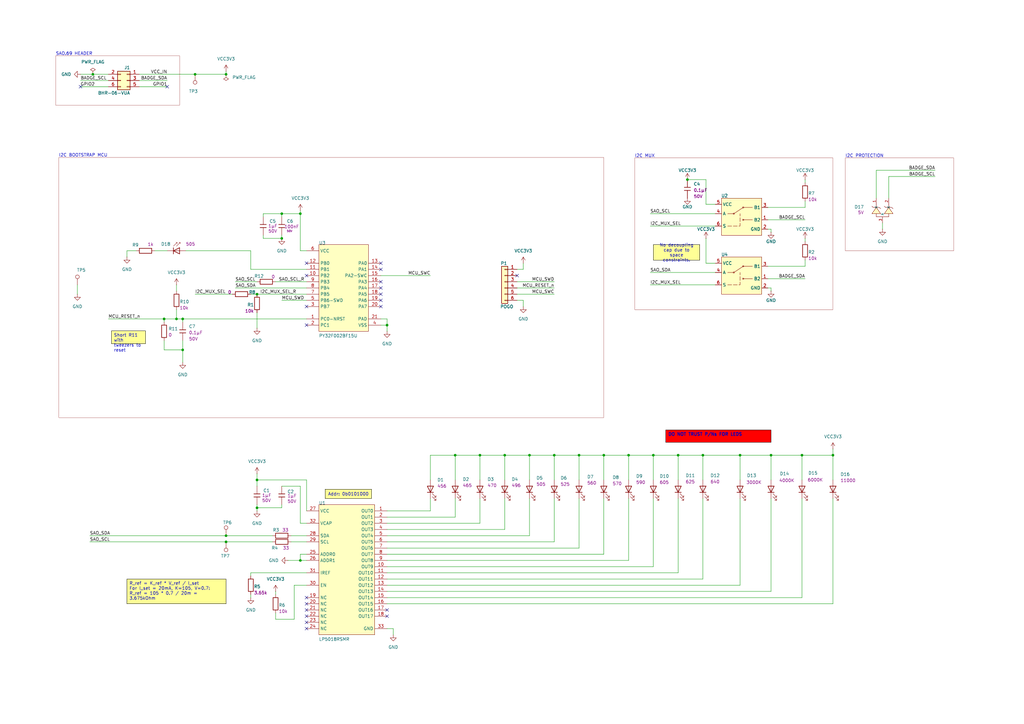
<source format=kicad_sch>
(kicad_sch (version 20250114) (generator "eeschema") (generator_version "9.0")
  (paper "A3")
  (rectangle (start 22.86 22.86) (end 73.66 43.18) (stroke (width 0.0254) (color 128 0 0 1)))
  (rectangle (start 346.71 64.77) (end 391.16 102.87) (stroke (width 0.0254) (color 128 0 0 1)))
  (rectangle (start 24.13 64.5922) (end 247.65 171.2722) (stroke (width 0.0254) (color 128 0 0 1)))
  (rectangle (start 260.35 64.77) (end 341.63 127) (stroke (width 0.0254) (color 128 0 0 1)))
  (text "SAO.69 HEADER" (at 22.86 22.86 0) (effects (font (size 1.27 1.27)) (justify left bottom)))
  (text "I2C BOOTSTRAP MCU" (at 24.13 64.516 0) (effects (font (size 1.27 1.27)) (justify left bottom)))
  (text "I2C MUX" (at 260.35 64.77 0) (effects (font (size 1.27 1.27)) (justify left bottom)))
  (text "I2C PROTECTION" (at 346.71 64.77 0) (effects (font (size 1.27 1.27)) (justify left bottom)))
  (text_box "DO NOT TRUST P/Ns FOR LEDS" (at 273.05 176.3522 0) (size 43.18 5.08) (margins 0.9525 0.9525 0.9525 0.9525) (stroke (width 0) (color 0 0 0 1)) (fill (type color) (color 255 0 0 1)) (effects (font (size 1.27 1.27) (thickness 0.254) (bold yes)) (justify left top)))
  (text_box "Short R11 with tweezers to reset" (at 45.72 135.7122 0) (size 13.97 5.2578) (margins 0.9525 0.9525 0.9525 0.9525) (stroke (width 0) (color 0 0 0 1)) (fill (type color) (color 255 255 150 1)) (effects (font (size 1.27 1.27)) (justify left top)))
  (text_box "R_ref = K_ref * V_ref / I_set\nFor I_set = 20mA, K=105, V=0.7:\nR_ref = 105 * 0.7 / 20m = 3.675kOhm" (at 52.07 237.49 0) (size 40.64 10.16) (margins 0.9525 0.9525 0.9525 0.9525) (stroke (width 0) (color 0 0 0 1)) (fill (type color) (color 255 255 150 1)) (effects (font (size 1.27 1.27)) (justify left top)))
  (text_box "Addr: 0b0101000" (at 133.35 200.66 0) (size 19.05 3.81) (margins 0.9525 0.9525 0.9525 0.9525) (stroke (width 0) (color 0 0 0 1)) (fill (type color) (color 255 255 150 1)) (effects (font (size 1.27 1.27))))
  (text_box "No decoupling cap due to space constraints. " (at 267.97 100.33 0) (size 19.05 6.35) (margins 0.9525 0.9525 0.9525 0.9525) (stroke (width 0) (color 0 0 0 1)) (fill (type color) (color 255 255 150 1)) (effects (font (size 1.27 1.27))))
  (junction (at 72.39 130.81))
  (junction (at 115.57 87.63))
  (junction (at 123.19 87.63))
  (junction (at 341.63 186.69))
  (junction (at 237.49 186.69))
  (junction (at 316.23 186.69))
  (junction (at 227.33 186.69))
  (junction (at 123.19 229.87))
  (junction (at 92.71 222.25))
  (junction (at 186.69 186.69))
  (junction (at 105.41 120.65))
  (junction (at 105.41 208.28))
  (junction (at 105.41 196.85))
  (junction (at 288.29 186.69))
  (junction (at 74.93 143.51))
  (junction (at 115.57 97.79))
  (junction (at 267.97 186.69))
  (junction (at 281.94 73.66))
  (junction (at 303.53 186.69))
  (junction (at 217.17 186.69))
  (junction (at 158.75 133.35))
  (junction (at 328.93 186.69))
  (junction (at 67.31 130.81))
  (junction (at 278.13 186.69))
  (junction (at 92.71 219.71))
  (junction (at 74.93 130.81))
  (junction (at 247.65 186.69))
  (junction (at 38.1 30.48))
  (junction (at 207.01 186.69))
  (junction (at 257.81 186.69))
  (junction (at 92.71 30.48))
  (junction (at 196.85 186.69))
  (junction (at 80.01 30.48))
  (no_connect (at 33.02 35.56))
  (no_connect (at 156.21 123.19))
  (no_connect (at 125.73 247.65))
  (no_connect (at 125.73 252.73))
  (no_connect (at 212.09 113.03))
  (no_connect (at 125.73 245.11))
  (no_connect (at 125.73 107.95))
  (no_connect (at 68.58 35.56))
  (no_connect (at 125.73 257.81))
  (no_connect (at 156.21 118.11))
  (no_connect (at 156.21 120.65))
  (no_connect (at 156.21 107.95))
  (no_connect (at 158.75 252.73))
  (no_connect (at 125.73 133.35))
  (no_connect (at 125.73 125.73))
  (no_connect (at 125.73 255.27))
  (no_connect (at 156.21 125.73))
  (no_connect (at 156.21 110.49))
  (no_connect (at 156.21 115.57))
  (no_connect (at 125.73 250.19))
  (no_connect (at 125.73 113.03))
  (no_connect (at 158.75 250.19))
  (wire (pts (xy 123.19 87.63) (xy 123.19 102.87)))
  (wire (pts (xy 316.23 204.47) (xy 316.23 242.57)))
  (wire (pts (xy 105.41 196.85) (xy 125.73 196.85)))
  (wire (pts (xy 80.01 30.48) (xy 92.71 30.48)))
  (wire (pts (xy 158.75 232.41) (xy 267.97 232.41)))
  (wire (pts (xy 158.75 130.81) (xy 158.75 133.35)))
  (wire (pts (xy 161.29 257.81) (xy 161.29 260.35)))
  (wire (pts (xy 107.95 96.52) (xy 107.95 97.79)))
  (wire (pts (xy 278.13 234.95) (xy 158.75 234.95)))
  (wire (pts (xy 207.01 186.69) (xy 217.17 186.69)))
  (wire (pts (xy 227.33 204.47) (xy 227.33 222.25)))
  (wire (pts (xy 52.07 102.87) (xy 52.07 105.41)))
  (wire (pts (xy 107.95 87.63) (xy 115.57 87.63)))
  (wire (pts (xy 31.75 116.84) (xy 31.75 120.65)))
  (wire (pts (xy 303.53 186.69) (xy 316.23 186.69)))
  (wire (pts (xy 158.75 229.87) (xy 257.81 229.87)))
  (wire (pts (xy 123.19 199.39) (xy 123.19 214.63)))
  (wire (pts (xy 33.02 33.02) (xy 44.45 33.02)))
  (wire (pts (xy 158.75 222.25) (xy 227.33 222.25)))
  (wire (pts (xy 328.93 186.69) (xy 328.93 196.85)))
  (wire (pts (xy 74.93 139.7) (xy 74.93 143.51)))
  (wire (pts (xy 314.96 118.11) (xy 316.23 118.11)))
  (wire (pts (xy 63.5 102.87) (xy 68.58 102.87)))
  (wire (pts (xy 341.63 247.65) (xy 158.75 247.65)))
  (wire (pts (xy 196.85 214.63) (xy 158.75 214.63)))
  (wire (pts (xy 303.53 240.03) (xy 158.75 240.03)))
  (wire (pts (xy 102.87 120.65) (xy 105.41 120.65)))
  (wire (pts (xy 341.63 186.69) (xy 341.63 196.85)))
  (wire (pts (xy 115.57 96.52) (xy 115.57 97.79)))
  (wire (pts (xy 72.39 127) (xy 72.39 130.81)))
  (wire (pts (xy 364.49 72.39) (xy 383.54 72.39)))
  (wire (pts (xy 214.63 123.19) (xy 214.63 125.73)))
  (wire (pts (xy 102.87 234.95) (xy 102.87 236.22)))
  (wire (pts (xy 92.71 30.48) (xy 92.71 29.21)))
  (wire (pts (xy 33.02 30.48) (xy 38.1 30.48)))
  (wire (pts (xy 120.65 254) (xy 120.65 240.03)))
  (wire (pts (xy 102.87 110.49) (xy 125.73 110.49)))
  (wire (pts (xy 361.95 91.44) (xy 361.95 93.98)))
  (wire (pts (xy 107.95 97.79) (xy 115.57 97.79)))
  (wire (pts (xy 316.23 242.57) (xy 158.75 242.57)))
  (wire (pts (xy 57.15 30.48) (xy 80.01 30.48)))
  (wire (pts (xy 289.56 83.82) (xy 293.37 83.82)))
  (wire (pts (xy 38.1 30.48) (xy 44.45 30.48)))
  (wire (pts (xy 278.13 186.69) (xy 278.13 196.85)))
  (wire (pts (xy 158.75 224.79) (xy 237.49 224.79)))
  (wire (pts (xy 74.93 143.51) (xy 74.93 148.59)))
  (wire (pts (xy 158.75 237.49) (xy 288.29 237.49)))
  (wire (pts (xy 156.21 133.35) (xy 158.75 133.35)))
  (wire (pts (xy 67.31 143.51) (xy 74.93 143.51)))
  (wire (pts (xy 207.01 204.47) (xy 207.01 217.17)))
  (wire (pts (xy 212.09 118.11) (xy 227.33 118.11)))
  (wire (pts (xy 266.7 116.84) (xy 293.37 116.84)))
  (wire (pts (xy 105.41 207.01) (xy 105.41 208.28)))
  (wire (pts (xy 359.41 69.85) (xy 359.41 81.28)))
  (wire (pts (xy 125.73 229.87) (xy 123.19 229.87)))
  (wire (pts (xy 314.96 114.3) (xy 330.2 114.3)))
  (wire (pts (xy 314.96 90.17) (xy 330.2 90.17)))
  (wire (pts (xy 247.65 186.69) (xy 257.81 186.69)))
  (wire (pts (xy 123.19 227.33) (xy 125.73 227.33)))
  (wire (pts (xy 92.71 222.25) (xy 111.76 222.25)))
  (wire (pts (xy 57.15 35.56) (xy 68.58 35.56)))
  (wire (pts (xy 119.38 219.71) (xy 125.73 219.71)))
  (wire (pts (xy 113.03 242.57) (xy 113.03 243.84)))
  (wire (pts (xy 316.23 186.69) (xy 328.93 186.69)))
  (wire (pts (xy 105.41 196.85) (xy 105.41 199.39)))
  (wire (pts (xy 341.63 204.47) (xy 341.63 247.65)))
  (wire (pts (xy 123.19 102.87) (xy 125.73 102.87)))
  (wire (pts (xy 102.87 102.87) (xy 102.87 110.49)))
  (wire (pts (xy 257.81 204.47) (xy 257.81 229.87)))
  (wire (pts (xy 330.2 97.79) (xy 330.2 99.06)))
  (wire (pts (xy 288.29 204.47) (xy 288.29 237.49)))
  (wire (pts (xy 289.56 107.95) (xy 289.56 97.79)))
  (wire (pts (xy 158.75 133.35) (xy 158.75 135.89)))
  (wire (pts (xy 303.53 204.47) (xy 303.53 240.03)))
  (wire (pts (xy 95.25 120.65) (xy 80.01 120.65)))
  (wire (pts (xy 96.52 115.57) (xy 105.41 115.57)))
  (wire (pts (xy 247.65 196.85) (xy 247.65 186.69)))
  (wire (pts (xy 316.23 93.98) (xy 316.23 95.25)))
  (wire (pts (xy 328.93 245.11) (xy 158.75 245.11)))
  (wire (pts (xy 115.57 208.28) (xy 105.41 208.28)))
  (wire (pts (xy 158.75 219.71) (xy 217.17 219.71)))
  (wire (pts (xy 212.09 110.49) (xy 214.63 110.49)))
  (wire (pts (xy 212.09 115.57) (xy 227.33 115.57)))
  (wire (pts (xy 123.19 86.36) (xy 123.19 87.63)))
  (wire (pts (xy 267.97 204.47) (xy 267.97 232.41)))
  (wire (pts (xy 316.23 118.11) (xy 316.23 119.38)))
  (wire (pts (xy 74.93 132.08) (xy 74.93 130.81)))
  (wire (pts (xy 113.03 115.57) (xy 125.73 115.57)))
  (wire (pts (xy 52.07 102.87) (xy 55.88 102.87)))
  (wire (pts (xy 288.29 186.69) (xy 303.53 186.69)))
  (wire (pts (xy 105.41 194.31) (xy 105.41 196.85)))
  (wire (pts (xy 123.19 227.33) (xy 123.19 229.87)))
  (wire (pts (xy 186.69 196.85) (xy 186.69 186.69)))
  (wire (pts (xy 278.13 186.69) (xy 288.29 186.69)))
  (wire (pts (xy 383.54 69.85) (xy 359.41 69.85)))
  (wire (pts (xy 176.53 196.85) (xy 176.53 186.69)))
  (wire (pts (xy 176.53 204.47) (xy 176.53 209.55)))
  (wire (pts (xy 341.63 184.15) (xy 341.63 186.69)))
  (wire (pts (xy 125.73 196.85) (xy 125.73 209.55)))
  (wire (pts (xy 237.49 204.47) (xy 237.49 224.79)))
  (wire (pts (xy 36.83 222.25) (xy 92.71 222.25)))
  (wire (pts (xy 217.17 204.47) (xy 217.17 219.71)))
  (wire (pts (xy 288.29 186.69) (xy 288.29 196.85)))
  (wire (pts (xy 303.53 196.85) (xy 303.53 186.69)))
  (wire (pts (xy 158.75 209.55) (xy 176.53 209.55)))
  (wire (pts (xy 293.37 87.63) (xy 266.7 87.63)))
  (wire (pts (xy 92.71 219.71) (xy 111.76 219.71)))
  (wire (pts (xy 67.31 139.7) (xy 67.31 143.51)))
  (wire (pts (xy 212.09 120.65) (xy 227.33 120.65)))
  (wire (pts (xy 158.75 257.81) (xy 161.29 257.81)))
  (wire (pts (xy 289.56 73.66) (xy 281.94 73.66)))
  (wire (pts (xy 105.41 120.65) (xy 125.73 120.65)))
  (wire (pts (xy 196.85 186.69) (xy 207.01 186.69)))
  (wire (pts (xy 158.75 227.33) (xy 247.65 227.33)))
  (wire (pts (xy 364.49 72.39) (xy 364.49 81.28)))
  (wire (pts (xy 227.33 186.69) (xy 237.49 186.69)))
  (wire (pts (xy 186.69 186.69) (xy 196.85 186.69)))
  (wire (pts (xy 267.97 186.69) (xy 278.13 186.69)))
  (wire (pts (xy 57.15 33.02) (xy 68.58 33.02)))
  (wire (pts (xy 330.2 73.66) (xy 330.2 74.93)))
  (wire (pts (xy 227.33 186.69) (xy 227.33 196.85)))
  (wire (pts (xy 217.17 186.69) (xy 227.33 186.69)))
  (wire (pts (xy 113.03 251.46) (xy 113.03 254)))
  (wire (pts (xy 158.75 212.09) (xy 186.69 212.09)))
  (wire (pts (xy 257.81 186.69) (xy 267.97 186.69)))
  (wire (pts (xy 257.81 186.69) (xy 257.81 196.85)))
  (wire (pts (xy 44.45 130.81) (xy 67.31 130.81)))
  (wire (pts (xy 76.2 102.87) (xy 102.87 102.87)))
  (wire (pts (xy 330.2 82.55) (xy 330.2 85.09)))
  (wire (pts (xy 115.57 87.63) (xy 115.57 88.9)))
  (wire (pts (xy 74.93 130.81) (xy 125.73 130.81)))
  (wire (pts (xy 314.96 85.09) (xy 330.2 85.09)))
  (wire (pts (xy 156.21 113.03) (xy 176.53 113.03)))
  (wire (pts (xy 72.39 130.81) (xy 74.93 130.81)))
  (wire (pts (xy 293.37 111.76) (xy 266.7 111.76)))
  (wire (pts (xy 267.97 186.69) (xy 267.97 196.85)))
  (wire (pts (xy 113.03 254) (xy 120.65 254)))
  (wire (pts (xy 196.85 204.47) (xy 196.85 214.63)))
  (wire (pts (xy 237.49 186.69) (xy 237.49 196.85)))
  (wire (pts (xy 330.2 106.68) (xy 330.2 109.22)))
  (wire (pts (xy 328.93 204.47) (xy 328.93 245.11)))
  (wire (pts (xy 72.39 116.84) (xy 72.39 119.38)))
  (wire (pts (xy 212.09 123.19) (xy 214.63 123.19)))
  (wire (pts (xy 123.19 87.63) (xy 115.57 87.63)))
  (wire (pts (xy 176.53 186.69) (xy 186.69 186.69)))
  (wire (pts (xy 156.21 130.81) (xy 158.75 130.81)))
  (wire (pts (xy 67.31 130.81) (xy 67.31 132.08)))
  (wire (pts (xy 266.7 92.71) (xy 293.37 92.71)))
  (wire (pts (xy 186.69 204.47) (xy 186.69 212.09)))
  (wire (pts (xy 289.56 83.82) (xy 289.56 73.66)))
  (wire (pts (xy 36.83 219.71) (xy 92.71 219.71)))
  (wire (pts (xy 328.93 186.69) (xy 341.63 186.69)))
  (wire (pts (xy 33.02 35.56) (xy 44.45 35.56)))
  (wire (pts (xy 115.57 199.39) (xy 123.19 199.39)))
  (wire (pts (xy 105.41 208.28) (xy 105.41 209.55)))
  (wire (pts (xy 102.87 243.84) (xy 102.87 245.11)))
  (wire (pts (xy 316.23 186.69) (xy 316.23 196.85)))
  (wire (pts (xy 314.96 109.22) (xy 330.2 109.22)))
  (wire (pts (xy 119.38 222.25) (xy 125.73 222.25)))
  (wire (pts (xy 314.96 93.98) (xy 316.23 93.98)))
  (wire (pts (xy 289.56 107.95) (xy 293.37 107.95)))
  (wire (pts (xy 207.01 186.69) (xy 207.01 196.85)))
  (wire (pts (xy 115.57 123.19) (xy 125.73 123.19)))
  (wire (pts (xy 96.52 118.11) (xy 125.73 118.11)))
  (wire (pts (xy 105.41 128.27) (xy 105.41 134.62)))
  (wire (pts (xy 123.19 214.63) (xy 125.73 214.63)))
  (wire (pts (xy 237.49 186.69) (xy 247.65 186.69)))
  (wire (pts (xy 67.31 130.81) (xy 72.39 130.81)))
  (wire (pts (xy 123.19 229.87) (xy 118.11 229.87)))
  (wire (pts (xy 278.13 204.47) (xy 278.13 234.95)))
  (wire (pts (xy 158.75 217.17) (xy 207.01 217.17)))
  (wire (pts (xy 120.65 240.03) (xy 125.73 240.03)))
  (wire (pts (xy 214.63 110.49) (xy 214.63 107.95)))
  (wire (pts (xy 102.87 234.95) (xy 125.73 234.95)))
  (wire (pts (xy 247.65 204.47) (xy 247.65 227.33)))
  (wire (pts (xy 107.95 88.9) (xy 107.95 87.63)))
  (wire (pts (xy 115.57 207.01) (xy 115.57 208.28)))
  (wire (pts (xy 217.17 186.69) (xy 217.17 196.85)))
  (wire (pts (xy 196.85 196.85) (xy 196.85 186.69)))
  (label "SAO_SCL_R" (at 114.3 115.57 0))
  (label "MCU_SWC" (at 227.33 120.65 180))
  (label "BADGE_SCL" (at 33.02 33.02 0))
  (label "MCU_RESET_n" (at 227.33 118.11 180))
  (label "BADGE_SDA" (at 383.54 69.85 180))
  (label "MCU_SWD" (at 227.33 115.57 180))
  (label "MCU_RESET_n" (at 44.45 130.81 0))
  (label "I2C_MUX_SEL" (at 266.7 92.71 0))
  (label "GPIO1" (at 68.58 35.56 180))
  (label "MCU_SWD" (at 115.57 123.19 0))
  (label "I2C_MUX_SEL" (at 80.01 120.65 0))
  (label "GPIO2" (at 33.02 35.56 0))
  (label "SAO_SCL" (at 96.52 115.57 0))
  (label "SAO_SCL" (at 266.7 87.63 0))
  (label "I2C_MUX_SEL_R" (at 106.68 120.65 0))
  (label "SAO_SDA" (at 266.7 111.76 0))
  (label "I2C_MUX_SEL" (at 266.7 116.84 0))
  (label "BADGE_SCL" (at 330.2 90.17 180))
  (label "BADGE_SCL" (at 383.54 72.39 180))
  (label "SAO_SCL" (at 36.83 222.25 0))
  (label "BADGE_SDA" (at 68.58 33.02 180))
  (label "BADGE_SDA" (at 330.2 114.3 180))
  (label "SAO_SDA" (at 96.52 118.11 0))
  (label "SAO_SDA" (at 36.83 219.71 0))
  (label "VCC_IN" (at 68.58 30.48 180))
  (label "MCU_SWC" (at 176.53 113.03 180))
  (symbol (lib_id "PCM_JLCPCB-Resistors:0603,0Ω") (at 99.06 120.65 270) (mirror x) (unit 1)
    (property "Reference" "R8" (at 102.108 119.126 90) (effects (justify left bottom)))
    (property "Value" "ERJ-3GEY0R00V" (effects (hide yes)))
    (property "Footprint" "PCM_JLCPCB:R_0603" (effects (hide yes)))
    (property "Datasheet" "https://www.lcsc.com/datasheet/lcsc_datasheet_2411221126_UNI-ROYAL-Uniroyal-Elec-0603WAF0000T5E_C21189.pdf" (effects (hide yes)))
    (property "Description" "100mW Thick Film Resistors 75V ±1% 0Ω 0603 Chip Resistor - Surface Mount ROHS" (effects (hide yes)))
    (property "ALTIUM_VALUE" "0" (at 93.472 119.126 90) (effects (justify left bottom)))
    (property "COMPONENTLINK1DESCRIPTION" "Datasheet" (effects (hide yes)))
    (property "RATINGS" "AEC-Q200" (effects (hide yes)))
    (property "POWER" "1/10W" (effects (hide yes)))
    (property "PACKAGE" "0603 (1608 Metric)" (effects (hide yes)))
    (property "COMPONENTLINK1URL" "http://industrial.panasonic.com/www-cgi/jvcr13pz.cgi?E+PZ+3+AOA0001+ERJ3GEY0R00V+7+WW" (effects (hide yes)))
    (property "SUPPLIER 1" "Digi-Key" (effects (hide yes)))
    (property "MANUFACTURER" "Panasonic" (effects (hide yes)))
    (property "COMPOSITION" "Thick Film" (effects (hide yes)))
    (property "TOLERANCE" "Jumper" (effects (hide yes)))
    (property "PN" "ERJ-3GEY0R00V" (effects (hide yes)))
    (property "SUPPLIER PART NUMBER 1" "P0.0GCT-ND" (effects (hide yes)))
    (property "MAX OPERATING TEMPERATURE" "155°C" (effects (hide yes)))
    (property "MIN OPERATING TEMPERATURE" "-55°C" (effects (hide yes)))
    (property "LCSC" "C21189" (effects (hide yes)))
    (property "Stock" "7706573" (effects (hide yes)))
    (property "Price" "0.004USD" (effects (hide yes)))
    (property "Process" "SMT" (effects (hide yes)))
    (property "Minimum Qty" "20" (effects (hide yes)))
    (property "Attrition Qty" "10" (effects (hide yes)))
    (property "Class" "Basic Component" (effects (hide yes)))
    (property "Category" "Resistors,Chip Resistor - Surface Mount" (effects (hide yes)))
    (property "Manufacturer" "UNI-ROYAL(Uniroyal Elec)" (effects (hide yes)))
    (property "Part" "0603WAF0000T5E" (effects (hide yes)))
    (property "Resistance" "0Ω" (effects (hide yes)))
    (property "Power(Watts)" "100mW" (effects (hide yes)))
    (property "Type" "Thick Film Resistors" (effects (hide yes)))
    (property "Overload Voltage (Max)" "75V" (effects (hide yes)))
    (property "Operating Temperature Range" "-55°C~+155°C" (effects (hide yes)))
    (property "Tolerance" "±1%" (effects (hide yes)))
  )
  (symbol (lib_id "Device:LED") (at 176.53 200.66 90) (unit 1)
    (property "Reference" "D1" (at 179.324 196.088 90) (effects (justify right bottom)))
    (property "Value" "QBLP631-IB" (effects (hide yes)))
    (property "Footprint" "LED_SMD:LED_0805_2012Metric_Pad1.15x1.40mm_HandSolder_SmallSilk" (effects (hide yes)))
    (property "Description" "Light emitting diode" (effects (hide yes)))
    (property "DATASHEET LINK" "https://www.qt-brightek.com/datasheet/QBLP631_series.pdf" (effects (hide yes)))
    (property "HEIGHT" "0.9mm" (effects (hide yes)))
    (property "MANUFACTURER_NAME" "QT Brightek (QTB)" (effects (hide yes)))
    (property "MANUFACTURER_PART_NUMBER" "QBLP631-S3" (effects (hide yes)))
    (property "WAVELENGTH - DOMINANT" "456" (at 179.324 198.628 90) (effects (justify right bottom)))
    (property "SUPPLIER 1" "Arrow Electronics" (effects (hide yes)))
    (property "SUPPLIER PART NUMBER 1" "QBLP631-IB" (effects (hide yes)))
    (property "Sim.Pins" "1=K 2=A" (effects (hide yes)))
  )
  (symbol (lib_id "power:+3.3V") (at 105.41 194.31 0) (unit 1)
    (property "Reference" "#PWR019" (effects (hide yes)))
    (property "Value" "VCC3V3" (at 105.41 189.23 0))
    (property "Description" "Power symbol creates a global label with name \"+3.3V\"" (effects (hide yes)))
  )
  (symbol (lib_id "PCM_JLCPCB-Resistors:0603,33Ω") (at 115.57 219.71 90) (unit 1)
    (property "Reference" "R3" (at 114.554 216.662 90) (effects (justify left bottom)))
    (property "Value" "CRCW060333R0FKEA" (effects (hide yes)))
    (property "Footprint" "PCM_JLCPCB:R_0603" (effects (hide yes)))
    (property "Datasheet" "https://www.lcsc.com/datasheet/lcsc_datasheet_2206010116_UNI-ROYAL-Uniroyal-Elec-0603WAF330JT5E_C23140.pdf" (effects (hide yes)))
    (property "Description" "100mW Thick Film Resistors 75V ±100ppm/°C ±1% 33Ω 0603 Chip Resistor - Surface Mount ROHS" (effects (hide yes)))
    (property "COMPONENTLINK1URL" "https://www.vishay.com/docs/20035/dcrcwe3.pdf" (effects (hide yes)))
    (property "PACKAGE" "0603 (1608 Metric)" (effects (hide yes)))
    (property "MANUFACTURER" "Vishay Dale" (effects (hide yes)))
    (property "PN" "CRCW060333R0FKEA" (effects (hide yes)))
    (property "SUPPLIER 1" "Digi-Key" (effects (hide yes)))
    (property "RATINGS" "AEC-Q200" (effects (hide yes)))
    (property "COMPOSITION" "Thick Film" (effects (hide yes)))
    (property "TOLERANCE" "±1%" (effects (hide yes)))
    (property "COMPONENTLINK1DESCRIPTION" "Datasheet" (effects (hide yes)))
    (property "POWER" "0.1W, 1/10W" (effects (hide yes)))
    (property "MAX OPERATING TEMPERATURE" "155°C" (effects (hide yes)))
    (property "SUPPLIER PART NUMBER 1" "541-33.0HCT-ND" (effects (hide yes)))
    (property "MIN OPERATING TEMPERATURE" "-55°C" (effects (hide yes)))
    (property "RESISTANCE" "33" (at 118.364 216.662 90) (effects (justify left bottom)))
    (property "LCSC" "C23140" (effects (hide yes)))
    (property "Stock" "2319032" (effects (hide yes)))
    (property "Price" "0.004USD" (effects (hide yes)))
    (property "Process" "SMT" (effects (hide yes)))
    (property "Minimum Qty" "20" (effects (hide yes)))
    (property "Attrition Qty" "10" (effects (hide yes)))
    (property "Class" "Basic Component" (effects (hide yes)))
    (property "Category" "Resistors,Chip Resistor - Surface Mount" (effects (hide yes)))
    (property "Manufacturer" "UNI-ROYAL(Uniroyal Elec)" (effects (hide yes)))
    (property "Part" "0603WAF330JT5E" (effects (hide yes)))
    (property "Resistance" "33Ω" (effects (hide yes)))
    (property "Power(Watts)" "100mW" (effects (hide yes)))
    (property "Type" "Thick Film Resistors" (effects (hide yes)))
    (property "Overload Voltage (Max)" "75V" (effects (hide yes)))
    (property "Operating Temperature Range" "-55°C~+155°C" (effects (hide yes)))
    (property "Tolerance" "±1%" (effects (hide yes)))
    (property "Temperature Coefficient" "±100ppm/°C" (effects (hide yes)))
  )
  (symbol (lib_id "power:+3.3V") (at 289.56 97.79 0) (unit 1)
    (property "Reference" "#PWR03" (effects (hide yes)))
    (property "Value" "VCC3V3" (at 289.56 93.98 0))
    (property "Description" "Power symbol creates a global label with name \"+3.3V\"" (effects (hide yes)))
  )
  (symbol (lib_id "Device:LED") (at 207.01 200.66 90) (unit 1)
    (property "Reference" "D4" (at 209.804 195.834 90) (effects (justify right bottom)))
    (property "Value" "QBLP631-IB" (effects (hide yes)))
    (property "Footprint" "LED_SMD:LED_0603_1608Metric_Pad1.05x0.95mm_HandSolder_SmallSilk" (effects (hide yes)))
    (property "Description" "Light emitting diode" (effects (hide yes)))
    (property "DATASHEET LINK" "https://www.qt-brightek.com/datasheet/QBLP631_series.pdf" (effects (hide yes)))
    (property "HEIGHT" "0.9mm" (effects (hide yes)))
    (property "MANUFACTURER_NAME" "QT Brightek (QTB)" (effects (hide yes)))
    (property "MANUFACTURER_PART_NUMBER" "QBLP631-S3" (effects (hide yes)))
    (property "WAVELENGTH - DOMINANT" "496" (at 209.804 198.374 90) (effects (justify right bottom)))
    (property "SUPPLIER 1" "Arrow Electronics" (effects (hide yes)))
    (property "SUPPLIER PART NUMBER 1" "QBLP631-IB" (effects (hide yes)))
    (property "Sim.Pins" "1=K 2=A" (effects (hide yes)))
  )
  (symbol (lib_id "PCM_JLCPCB-Resistors:0603,10kΩ") (at 105.41 124.46 0) (mirror y) (unit 1)
    (property "Reference" "R1" (at 104.14 125.73 0) (effects (justify left bottom)))
    (property "Value" "CRCW060310K0FKEC" (effects (hide yes)))
    (property "Footprint" "PCM_JLCPCB:R_0603" (effects (hide yes)))
    (property "Datasheet" "https://www.lcsc.com/datasheet/lcsc_datasheet_2206010045_UNI-ROYAL-Uniroyal-Elec-0603WAF1002T5E_C25804.pdf" (effects (hide yes)))
    (property "Description" "100mW Thick Film Resistors 75V ±100ppm/°C ±1% 10kΩ 0603 Chip Resistor - Surface Mount ROHS" (effects (hide yes)))
    (property "COMPONENTLINK1URL" "https://www.vishay.com/docs/20035/dcrcwe3.pdf" (effects (hide yes)))
    (property "COMPONENTLINK1DESCRIPTION" "Datasheet" (effects (hide yes)))
    (property "POWER" "0.1W, 1/10W" (effects (hide yes)))
    (property "RATINGS" "AEC-Q200" (effects (hide yes)))
    (property "SUPPLIER PART NUMBER 1" "541-2979-1-ND" (effects (hide yes)))
    (property "SUPPLIER 1" "Digi-Key" (effects (hide yes)))
    (property "PACKAGE" "0603 (1608 Metric)" (effects (hide yes)))
    (property "PN" "CRCW060310K0FKEC" (effects (hide yes)))
    (property "TOLERANCE" "±1%" (effects (hide yes)))
    (property "COMPOSITION" "Thick Film" (effects (hide yes)))
    (property "MANUFACTURER" "Vishay Dale" (effects (hide yes)))
    (property "RESISTANCE" "10k" (at 104.14 128.27 0) (effects (justify left bottom)))
    (property "MAX OPERATING TEMPERATURE" "155°C" (effects (hide yes)))
    (property "MIN OPERATING TEMPERATURE" "-55°C" (effects (hide yes)))
    (property "LCSC" "C25804" (effects (hide yes)))
    (property "Stock" "51181774" (effects (hide yes)))
    (property "Price" "0.004USD" (effects (hide yes)))
    (property "Process" "SMT" (effects (hide yes)))
    (property "Minimum Qty" "20" (effects (hide yes)))
    (property "Attrition Qty" "10" (effects (hide yes)))
    (property "Class" "Basic Component" (effects (hide yes)))
    (property "Category" "Resistors,Chip Resistor - Surface Mount" (effects (hide yes)))
    (property "Manufacturer" "UNI-ROYAL(Uniroyal Elec)" (effects (hide yes)))
    (property "Part" "0603WAF1002T5E" (effects (hide yes)))
    (property "Resistance" "10kΩ" (effects (hide yes)))
    (property "Power(Watts)" "100mW" (effects (hide yes)))
    (property "Type" "Thick Film Resistors" (effects (hide yes)))
    (property "Overload Voltage (Max)" "75V" (effects (hide yes)))
    (property "Operating Temperature Range" "-55°C~+155°C" (effects (hide yes)))
    (property "Tolerance" "±1%" (effects (hide yes)))
    (property "Temperature Coefficient" "±100ppm/°C" (effects (hide yes)))
  )
  (symbol (lib_id "Connector_Generic:Conn_01x06") (at 207.01 115.57 0) (mirror y) (unit 1)
    (property "Reference" "P1" (at 208.026 108.712 0) (effects (justify left bottom)))
    (property "Value" "POGO" (at 210.566 126.492 0) (effects (justify left bottom)))
    (property "Footprint" "MetamerAltiumFootprints:6_Pin_POGO" (effects (hide yes)))
    (property "Description" "Generic connector, single row, 01x06, script generated (kicad-library-utils/schlib/autogen/connector/)" (effects (hide yes)))
  )
  (symbol (lib_id "power:PWR_FLAG") (at 92.71 30.48 180) (unit 1)
    (property "Reference" "#FLG01" (effects (hide yes)))
    (property "Value" "PWR_FLAG" (at 95.25 31.75 0) (effects (justify right)))
    (property "Description" "Special symbol for telling ERC where power comes from" (effects (hide yes)))
  )
  (symbol (lib_id "power:GND") (at 33.02 30.48 270) (unit 1)
    (property "Reference" "#PWR02" (effects (hide yes)))
    (property "Value" "GND" (at 29.21 30.48 90) (effects (justify right)))
    (property "Description" "Power symbol creates a global label with name \"GND\" , ground" (effects (hide yes)))
  )
  (symbol (lib_id "power:GND") (at 316.23 119.38 0) (unit 1)
    (property "Reference" "#PWR024" (effects (hide yes)))
    (property "Value" "GND" (at 316.23 123.19 0))
    (property "Description" "Power symbol creates a global label with name \"GND\" , ground" (effects (hide yes)))
  )
  (symbol (lib_id "PCM_JLCPCB-Resistors:0603,10kΩ") (at 330.2 78.74 0) (unit 1)
    (property "Reference" "R7" (at 331.47 80.01 0) (effects (justify left bottom)))
    (property "Value" "CRCW060310K0FKEC" (effects (hide yes)))
    (property "Footprint" "PCM_JLCPCB:R_0603" (effects (hide yes)))
    (property "Datasheet" "https://www.lcsc.com/datasheet/lcsc_datasheet_2206010045_UNI-ROYAL-Uniroyal-Elec-0603WAF1002T5E_C25804.pdf" (effects (hide yes)))
    (property "Description" "100mW Thick Film Resistors 75V ±100ppm/°C ±1% 10kΩ 0603 Chip Resistor - Surface Mount ROHS" (effects (hide yes)))
    (property "COMPONENTLINK1URL" "https://www.vishay.com/docs/20035/dcrcwe3.pdf" (effects (hide yes)))
    (property "COMPONENTLINK1DESCRIPTION" "Datasheet" (effects (hide yes)))
    (property "POWER" "0.1W, 1/10W" (effects (hide yes)))
    (property "RATINGS" "AEC-Q200" (effects (hide yes)))
    (property "SUPPLIER PART NUMBER 1" "541-2979-1-ND" (effects (hide yes)))
    (property "SUPPLIER 1" "Digi-Key" (effects (hide yes)))
    (property "PACKAGE" "0603 (1608 Metric)" (effects (hide yes)))
    (property "PN" "CRCW060310K0FKEC" (effects (hide yes)))
    (property "TOLERANCE" "±1%" (effects (hide yes)))
    (property "COMPOSITION" "Thick Film" (effects (hide yes)))
    (property "MANUFACTURER" "Vishay Dale" (effects (hide yes)))
    (property "RESISTANCE" "10k" (at 331.47 82.55 0) (effects (justify left bottom)))
    (property "MAX OPERATING TEMPERATURE" "155°C" (effects (hide yes)))
    (property "MIN OPERATING TEMPERATURE" "-55°C" (effects (hide yes)))
    (property "LCSC" "C25804" (effects (hide yes)))
    (property "Stock" "51181774" (effects (hide yes)))
    (property "Price" "0.004USD" (effects (hide yes)))
    (property "Process" "SMT" (effects (hide yes)))
    (property "Minimum Qty" "20" (effects (hide yes)))
    (property "Attrition Qty" "10" (effects (hide yes)))
    (property "Class" "Basic Component" (effects (hide yes)))
    (property "Category" "Resistors,Chip Resistor - Surface Mount" (effects (hide yes)))
    (property "Manufacturer" "UNI-ROYAL(Uniroyal Elec)" (effects (hide yes)))
    (property "Part" "0603WAF1002T5E" (effects (hide yes)))
    (property "Resistance" "10kΩ" (effects (hide yes)))
    (property "Power(Watts)" "100mW" (effects (hide yes)))
    (property "Type" "Thick Film Resistors" (effects (hide yes)))
    (property "Overload Voltage (Max)" "75V" (effects (hide yes)))
    (property "Operating Temperature Range" "-55°C~+155°C" (effects (hide yes)))
    (property "Tolerance" "±1%" (effects (hide yes)))
    (property "Temperature Coefficient" "±100ppm/°C" (effects (hide yes)))
  )
  (symbol (lib_id "Device:LED") (at 247.65 200.66 90) (unit 1)
    (property "Reference" "D8" (at 251.206 195.072 90) (effects (justify right bottom)))
    (property "Value" "QBLP631-AG" (effects (hide yes)))
    (property "Footprint" "LED_SMD:LED_0805_2012Metric_Pad1.15x1.40mm_HandSolder_SmallSilk" (effects (hide yes)))
    (property "Description" "Light emitting diode" (effects (hide yes)))
    (property "DATASHEET LINK" "https://www.qt-brightek.com/datasheet/QBLP631_series.pdf" (effects (hide yes)))
    (property "HEIGHT" "0.9mm" (effects (hide yes)))
    (property "MANUFACTURER_NAME" "QT Brightek (QTB)" (effects (hide yes)))
    (property "MANUFACTURER_PART_NUMBER" "QBLP631-S3" (effects (hide yes)))
    (property "WAVELENGTH - DOMINANT" "570" (at 251.206 197.612 90) (effects (justify right bottom)))
    (property "SUPPLIER 1" "Digikey" (effects (hide yes)))
    (property "SUPPLIER PART NUMBER 1" "1516-1082-1-ND" (effects (hide yes)))
    (property "Sim.Pins" "1=K 2=A" (effects (hide yes)))
  )
  (symbol (lib_id "power:+3.3V") (at 330.2 73.66 0) (unit 1)
    (property "Reference" "#PWR026" (effects (hide yes)))
    (property "Value" "VCC3V3" (at 330.2 69.85 0))
    (property "Description" "Power symbol creates a global label with name \"+3.3V\"" (effects (hide yes)))
  )
  (symbol (lib_id "power:+3.3V") (at 214.63 107.95 0) (unit 1)
    (property "Reference" "#PWR016" (effects (hide yes)))
    (property "Value" "VCC3V3" (at 214.63 102.87 0))
    (property "Description" "Power symbol creates a global label with name \"+3.3V\"" (effects (hide yes)))
  )
  (symbol (lib_id "power:GND") (at 31.75 120.65 0) (unit 1)
    (property "Reference" "#PWR08" (effects (hide yes)))
    (property "Value" "GND" (at 31.75 125.73 0))
    (property "Description" "Power symbol creates a global label with name \"GND\" , ground" (effects (hide yes)))
  )
  (symbol (lib_id "power:GND") (at 115.57 97.79 0) (unit 1)
    (property "Reference" "#PWR04" (effects (hide yes)))
    (property "Value" "GND" (at 115.57 102.87 0))
    (property "Description" "Power symbol creates a global label with name \"GND\" , ground" (effects (hide yes)))
  )
  (symbol (lib_id "power:+3.3V") (at 123.19 86.36 0) (unit 1)
    (property "Reference" "#PWR015" (effects (hide yes)))
    (property "Value" "VCC3V3" (at 123.19 81.28 0))
    (property "Description" "Power symbol creates a global label with name \"+3.3V\"" (effects (hide yes)))
  )
  (symbol (lib_id "Device:LED") (at 217.17 200.66 90) (unit 1)
    (property "Reference" "D5" (at 219.964 195.326 90) (effects (justify right bottom)))
    (property "Value" "QBLP631-IB" (effects (hide yes)))
    (property "Footprint" "LED_SMD:LED_0603_1608Metric_Pad1.05x0.95mm_HandSolder_SmallSilk" (effects (hide yes)))
    (property "Description" "Light emitting diode" (effects (hide yes)))
    (property "DATASHEET LINK" "https://www.qt-brightek.com/datasheet/QBLP631_series.pdf" (effects (hide yes)))
    (property "HEIGHT" "0.9mm" (effects (hide yes)))
    (property "MANUFACTURER_NAME" "QT Brightek (QTB)" (effects (hide yes)))
    (property "MANUFACTURER_PART_NUMBER" "QBLP631-S3" (effects (hide yes)))
    (property "WAVELENGTH - DOMINANT" "505" (at 219.964 197.866 90) (effects (justify right bottom)))
    (property "SUPPLIER 1" "Arrow Electronics" (effects (hide yes)))
    (property "SUPPLIER PART NUMBER 1" "QBLP631-IB" (effects (hide yes)))
    (property "Sim.Pins" "1=K 2=A" (effects (hide yes)))
  )
  (symbol (lib_id "Device:LED") (at 267.97 200.66 90) (unit 1)
    (property "Reference" "D10" (at 270.51 194.564 90) (effects (justify right bottom)))
    (property "Value" "QBLP631-O" (effects (hide yes)))
    (property "Footprint" "LED_SMD:LED_0805_2012Metric_Pad1.15x1.40mm_HandSolder_SmallSilk" (effects (hide yes)))
    (property "Description" "Light emitting diode" (effects (hide yes)))
    (property "DATASHEET LINK" "https://www.qt-brightek.com/datasheet/QBLP631_series.pdf" (effects (hide yes)))
    (property "HEIGHT" "0.9mm" (effects (hide yes)))
    (property "MANUFACTURER_NAME" "QT Brightek (QTB)" (effects (hide yes)))
    (property "WAVELENGTH - DOMINANT" "605" (at 270.51 197.104 90) (effects (justify right bottom)))
    (property "SUPPLIER 1" "Arrow Electronics" (effects (hide yes)))
    (property "SUPPLIER PART NUMBER 1" "QBLP631-O" (effects (hide yes)))
    (property "Sim.Pins" "1=K 2=A" (effects (hide yes)))
  )
  (symbol (lib_id "PCM_JLCPCB-Capacitors:0603,1nF") (at 107.95 92.71 0) (unit 1)
    (property "Reference" "C5" (at 110.49 91.44 0) (effects (justify left bottom)))
    (property "Value" "CGA3E1X7R1C105M080AC" (effects (hide yes)))
    (property "Footprint" "PCM_JLCPCB:C_0603" (effects (hide yes)))
    (property "Datasheet" "https://www.lcsc.com/datasheet/lcsc_datasheet_2304140030_Samsung-Electro-Mechanics-CL10B102KB8NNNC_C1588.pdf" (effects (hide yes)))
    (property "Description" "50V 1nF X7R ±10% 0603 Multilayer Ceramic Capacitors MLCC - SMD/SMT ROHS" (effects (hide yes)))
    (property "TOLERANCE" "±20%" (effects (hide yes)))
    (property "CAPACITANCE" "1µF" (at 109.982 93.3958 0) (effects (justify left bottom)))
    (property "SUPPLIER PART NUMBER 1" "445-12540-1-ND" (effects (hide yes)))
    (property "MANUFACTURER" "TDK Corporation" (effects (hide yes)))
    (property "COMPONENTLINK1URL" "https://product.tdk.com/info/en/catalog/datasheets/mlcc_automotive_general_en.pdf?ref_disty=digikey" (effects (hide yes)))
    (property "COMPONENTLINK1DESCRIPTION" "Datasheet" (effects (hide yes)))
    (property "SUPPLIER 1" "Digi-Key" (effects (hide yes)))
    (property "PN" "CGA3E1X7R1C105M080AC" (effects (hide yes)))
    (property "MIN OPERATING TEMPERATURE" "-55°C" (effects (hide yes)))
    (property "RATINGS" "AEC-Q200" (effects (hide yes)))
    (property "VOLTAGE - RATED" "16V" (effects (hide yes)))
    (property "TEMPERATURE COEFFICIENT" "X7R" (effects (hide yes)))
    (property "PACKAGE" "0603 (1608 Metric)" (effects (hide yes)))
    (property "MAX OPERATING TEMPERATURE" "125°C" (effects (hide yes)))
    (property "LCSC" "C1588" (effects (hide yes)))
    (property "Stock" "6068974" (effects (hide yes)))
    (property "Price" "0.006USD" (effects (hide yes)))
    (property "Process" "SMT" (effects (hide yes)))
    (property "Minimum Qty" "20" (effects (hide yes)))
    (property "Attrition Qty" "10" (effects (hide yes)))
    (property "Class" "Basic Component" (effects (hide yes)))
    (property "Category" "Capacitors,Multilayer Ceramic Capacitors MLCC - SMD/SMT" (effects (hide yes)))
    (property "Manufacturer" "Samsung Electro-Mechanics" (effects (hide yes)))
    (property "Part" "CL10B102KB8NNNC" (effects (hide yes)))
    (property "Voltage Rated" "50V" (at 109.982 94.7562 0) (effects (justify left)))
    (property "Tolerance" "±10%" (effects (hide yes)))
    (property "Capacitance" "1nF" (effects (hide yes)))
    (property "Temperature Coefficient" "X7R" (effects (hide yes)))
  )
  (symbol (lib_id "power:GND") (at 105.41 209.55 0) (unit 1)
    (property "Reference" "#PWR012" (effects (hide yes)))
    (property "Value" "GND" (at 105.41 214.63 0))
    (property "Description" "Power symbol creates a global label with name \"GND\" , ground" (effects (hide yes)))
  )
  (symbol (lib_id "PCM_JLCPCB-Capacitors:0603,100nF") (at 281.94 77.47 0) (unit 1)
    (property "Reference" "C4" (at 284.48 76.2 0) (effects (justify left bottom)))
    (property "Value" "CGA3E2X7R1H104K080AE" (effects (hide yes)))
    (property "Footprint" "PCM_JLCPCB:C_0603" (effects (hide yes)))
    (property "Datasheet" "https://www.lcsc.com/datasheet/lcsc_datasheet_2211101700_YAGEO-CC0603KRX7R9BB104_C14663.pdf" (effects (hide yes)))
    (property "Description" "50V 100nF X7R ±10% 0603 Multilayer Ceramic Capacitors MLCC - SMD/SMT ROHS" (effects (hide yes)))
    (property "MAX OPERATING TEMPERATURE" "125°C" (effects (hide yes)))
    (property "TOLERANCE" "±10%" (effects (hide yes)))
    (property "CAPACITANCE" "0.1µF" (at 284.48 78.74 0) (effects (justify left bottom)))
    (property "PN" "CGA3E2X7R1H104K080AE" (effects (hide yes)))
    (property "SUPPLIER 1" "Digi-Key" (effects (hide yes)))
    (property "COMPONENTLINK1DESCRIPTION" "Datasheet" (effects (hide yes)))
    (property "MIN OPERATING TEMPERATURE" "-55°C" (effects (hide yes)))
    (property "VOLTAGE - RATED" "50V" (at 284.48 81.28 0) (effects (justify left bottom)))
    (property "PACKAGE" "0603 (1608 Metric)" (effects (hide yes)))
    (property "RATINGS" "AEC-Q200" (effects (hide yes)))
    (property "SUPPLIER PART NUMBER 1" "445-15957-1-ND" (effects (hide yes)))
    (property "COMPONENTLINK1URL" "https://product.tdk.com/info/en/catalog/datasheets/mlcc_automotive_soft_en.pdf?ref_disty=digikey" (effects (hide yes)))
    (property "TEMPERATURE COEFFICIENT" "X7R" (effects (hide yes)))
    (property "MANUFACTURER" "TDK Corporation" (effects (hide yes)))
    (property "LCSC" "C14663" (effects (hide yes)))
    (property "Stock" "70324515" (effects (hide yes)))
    (property "Price" "0.006USD" (effects (hide yes)))
    (property "Process" "SMT" (effects (hide yes)))
    (property "Minimum Qty" "20" (effects (hide yes)))
    (property "Attrition Qty" "10" (effects (hide yes)))
    (property "Class" "Basic Component" (effects (hide yes)))
    (property "Category" "Capacitors,Multilayer Ceramic Capacitors MLCC - SMD/SMT" (effects (hide yes)))
    (property "Manufacturer" "YAGEO" (effects (hide yes)))
    (property "Part" "CC0603KRX7R9BB104" (effects (hide yes)))
    (property "Voltage Rated" "50V" (effects (hide yes)))
    (property "Tolerance" "±10%" (effects (hide yes)))
    (property "Capacitance" "100nF" (effects (hide yes)))
    (property "Temperature Coefficient" "X7R" (effects (hide yes)))
  )
  (symbol (lib_id "power:GND") (at 281.94 81.28 0) (unit 1)
    (property "Reference" "#PWR028" (effects (hide yes)))
    (property "Value" "GND" (at 281.94 84.836 0))
    (property "Description" "Power symbol creates a global label with name \"GND\" , ground" (effects (hide yes)))
  )
  (symbol (lib_id "power:GND") (at 158.75 135.89 0) (unit 1)
    (property "Reference" "#PWR07" (effects (hide yes)))
    (property "Value" "GND" (at 158.75 140.97 0))
    (property "Description" "Power symbol creates a global label with name \"GND\" , ground" (effects (hide yes)))
  )
  (symbol (lib_id "PCM_JLCPCB-Resistors:0603,10kΩ") (at 72.39 123.19 0) (unit 1)
    (property "Reference" "R10" (at 73.66 124.46 0) (effects (justify left bottom)))
    (property "Value" "CRCW060310K0FKEC" (effects (hide yes)))
    (property "Footprint" "PCM_JLCPCB:R_0603" (effects (hide yes)))
    (property "Datasheet" "https://www.lcsc.com/datasheet/lcsc_datasheet_2206010045_UNI-ROYAL-Uniroyal-Elec-0603WAF1002T5E_C25804.pdf" (effects (hide yes)))
    (property "Description" "100mW Thick Film Resistors 75V ±100ppm/°C ±1% 10kΩ 0603 Chip Resistor - Surface Mount ROHS" (effects (hide yes)))
    (property "COMPONENTLINK1URL" "https://www.vishay.com/docs/20035/dcrcwe3.pdf" (effects (hide yes)))
    (property "COMPONENTLINK1DESCRIPTION" "Datasheet" (effects (hide yes)))
    (property "POWER" "0.1W, 1/10W" (effects (hide yes)))
    (property "RATINGS" "AEC-Q200" (effects (hide yes)))
    (property "SUPPLIER PART NUMBER 1" "541-2979-1-ND" (effects (hide yes)))
    (property "SUPPLIER 1" "Digi-Key" (effects (hide yes)))
    (property "PACKAGE" "0603 (1608 Metric)" (effects (hide yes)))
    (property "PN" "CRCW060310K0FKEC" (effects (hide yes)))
    (property "TOLERANCE" "±1%" (effects (hide yes)))
    (property "COMPOSITION" "Thick Film" (effects (hide yes)))
    (property "MANUFACTURER" "Vishay Dale" (effects (hide yes)))
    (property "RESISTANCE" "10k" (at 73.66 127 0) (effects (justify left bottom)))
    (property "MAX OPERATING TEMPERATURE" "155°C" (effects (hide yes)))
    (property "MIN OPERATING TEMPERATURE" "-55°C" (effects (hide yes)))
    (property "LCSC" "C25804" (effects (hide yes)))
    (property "Stock" "51181774" (effects (hide yes)))
    (property "Price" "0.004USD" (effects (hide yes)))
    (property "Process" "SMT" (effects (hide yes)))
    (property "Minimum Qty" "20" (effects (hide yes)))
    (property "Attrition Qty" "10" (effects (hide yes)))
    (property "Class" "Basic Component" (effects (hide yes)))
    (property "Category" "Resistors,Chip Resistor - Surface Mount" (effects (hide yes)))
    (property "Manufacturer" "UNI-ROYAL(Uniroyal Elec)" (effects (hide yes)))
    (property "Part" "0603WAF1002T5E" (effects (hide yes)))
    (property "Resistance" "10kΩ" (effects (hide yes)))
    (property "Power(Watts)" "100mW" (effects (hide yes)))
    (property "Type" "Thick Film Resistors" (effects (hide yes)))
    (property "Overload Voltage (Max)" "75V" (effects (hide yes)))
    (property "Operating Temperature Range" "-55°C~+155°C" (effects (hide yes)))
    (property "Tolerance" "±1%" (effects (hide yes)))
    (property "Temperature Coefficient" "±100ppm/°C" (effects (hide yes)))
  )
  (symbol (lib_id "Device:LED") (at 227.33 200.66 90) (unit 1)
    (property "Reference" "D6" (at 229.87 195.326 90) (effects (justify right bottom)))
    (property "Value" "QBLP631-IG" (effects (hide yes)))
    (property "Footprint" "LED_SMD:LED_0805_2012Metric_Pad1.15x1.40mm_HandSolder_SmallSilk" (effects (hide yes)))
    (property "Description" "Light emitting diode" (effects (hide yes)))
    (property "DATASHEET LINK" "https://www.qt-brightek.com/datasheet/QBLP631_series.pdf" (effects (hide yes)))
    (property "HEIGHT" "0.9mm" (effects (hide yes)))
    (property "MANUFACTURER_NAME" "QT Brightek (QTB)" (effects (hide yes)))
    (property "MANUFACTURER_PART_NUMBER" "QBLP631-S3" (effects (hide yes)))
    (property "WAVELENGTH - DOMINANT" "525" (at 229.87 197.866 90) (effects (justify right bottom)))
    (property "SUPPLIER 1" "Arrow Electronics" (effects (hide yes)))
    (property "SUPPLIER PART NUMBER 1" "QBLP631-IG" (effects (hide yes)))
    (property "Sim.Pins" "1=K 2=A" (effects (hide yes)))
  )
  (symbol (lib_id "PCM_JLCPCB-Capacitors:0603,1nF") (at 115.57 203.2 0) (unit 1)
    (property "Reference" "C2" (at 117.856 202.3618 0) (effects (justify left bottom)))
    (property "Value" "CGA3E1X7R1C105M080AC" (effects (hide yes)))
    (property "Footprint" "PCM_JLCPCB:C_0603" (effects (hide yes)))
    (property "Datasheet" "https://www.lcsc.com/datasheet/lcsc_datasheet_2304140030_Samsung-Electro-Mechanics-CL10B102KB8NNNC_C1588.pdf" (effects (hide yes)))
    (property "Description" "50V 1nF X7R ±10% 0603 Multilayer Ceramic Capacitors MLCC - SMD/SMT ROHS" (effects (hide yes)))
    (property "TOLERANCE" "±20%" (effects (hide yes)))
    (property "CAPACITANCE" "1µF" (at 117.856 204.0636 0) (effects (justify left bottom)))
    (property "SUPPLIER PART NUMBER 1" "445-12540-1-ND" (effects (hide yes)))
    (property "MANUFACTURER" "TDK Corporation" (effects (hide yes)))
    (property "COMPONENTLINK1URL" "https://product.tdk.com/info/en/catalog/datasheets/mlcc_automotive_general_en.pdf?ref_disty=digikey" (effects (hide yes)))
    (property "COMPONENTLINK1DESCRIPTION" "Datasheet" (effects (hide yes)))
    (property "SUPPLIER 1" "Digi-Key" (effects (hide yes)))
    (property "PN" "CGA3E1X7R1C105M080AC" (effects (hide yes)))
    (property "MIN OPERATING TEMPERATURE" "-55°C" (effects (hide yes)))
    (property "RATINGS" "AEC-Q200" (effects (hide yes)))
    (property "VOLTAGE - RATED" "16V" (effects (hide yes)))
    (property "TEMPERATURE COEFFICIENT" "X7R" (effects (hide yes)))
    (property "PACKAGE" "0603 (1608 Metric)" (effects (hide yes)))
    (property "MAX OPERATING TEMPERATURE" "125°C" (effects (hide yes)))
    (property "LCSC" "C1588" (effects (hide yes)))
    (property "Stock" "6068974" (effects (hide yes)))
    (property "Price" "0.006USD" (effects (hide yes)))
    (property "Process" "SMT" (effects (hide yes)))
    (property "Minimum Qty" "20" (effects (hide yes)))
    (property "Attrition Qty" "10" (effects (hide yes)))
    (property "Class" "Basic Component" (effects (hide yes)))
    (property "Category" "Capacitors,Multilayer Ceramic Capacitors MLCC - SMD/SMT" (effects (hide yes)))
    (property "Manufacturer" "Samsung Electro-Mechanics" (effects (hide yes)))
    (property "Part" "CL10B102KB8NNNC" (effects (hide yes)))
    (property "Voltage Rated" "50V" (at 117.856 205.5876 0) (effects (justify left)))
    (property "Tolerance" "±10%" (effects (hide yes)))
    (property "Capacitance" "1nF" (effects (hide yes)))
    (property "Temperature Coefficient" "X7R" (effects (hide yes)))
  )
  (symbol (lib_id "power:GND") (at 105.41 134.62 0) (unit 1)
    (property "Reference" "#PWR029" (effects (hide yes)))
    (property "Value" "GND" (at 105.41 139.7 0))
    (property "Description" "Power symbol creates a global label with name \"GND\" , ground" (effects (hide yes)))
  )
  (symbol (lib_id "Connector:TestPoint") (at 92.71 222.25 180) (unit 1)
    (property "Reference" "TP7" (at 94.234 227.33 0) (effects (justify left bottom)))
    (property "Value" "TPAD10R" (effects (hide yes)))
    (property "Footprint" "TestPoint:TestPoint_Pad_D1.0mm" (effects (hide yes)))
    (property "Description" "test point" (effects (hide yes)))
    (property "PINS" "1" (effects (hide yes)))
  )
  (symbol (lib_id "power:GND") (at 361.95 93.98 0) (unit 1)
    (property "Reference" "#PWR011" (effects (hide yes)))
    (property "Value" "GND" (at 361.95 99.06 0))
    (property "Description" "Power symbol creates a global label with name \"GND\" , ground" (effects (hide yes)))
  )
  (symbol (lib_id "PCM_JLCPCB-Resistors:0603,3.6kΩ") (at 102.87 240.03 0) (unit 1)
    (property "Reference" "R5" (at 104.14 241.3 0) (effects (justify left bottom)))
    (property "Value" "CRCW06033K65FKEA" (effects (hide yes)))
    (property "Footprint" "PCM_JLCPCB:R_0603" (effects (hide yes)))
    (property "Datasheet" "https://www.lcsc.com/datasheet/lcsc_datasheet_2206010116_UNI-ROYAL-Uniroyal-Elec-0603WAF3601T5E_C22980.pdf" (effects (hide yes)))
    (property "Description" "100mW Thick Film Resistors 75V ±100ppm/°C ±1% 3.6kΩ 0603 Chip Resistor - Surface Mount ROHS" (effects (hide yes)))
    (property "TOLERANCE" "±1%" (effects (hide yes)))
    (property "SUPPLIER 1" "Digi-Key" (effects (hide yes)))
    (property "SUPPLIER PART NUMBER 1" "541-3.65KHCT-ND" (effects (hide yes)))
    (property "COMPONENTLINK1URL" "https://www.vishay.com/docs/20035/dcrcwe3.pdf" (effects (hide yes)))
    (property "COMPOSITION" "Thick Film" (effects (hide yes)))
    (property "PN" "CRCW06033K65FKEA" (effects (hide yes)))
    (property "COMPONENTLINK1DESCRIPTION" "Datasheet" (effects (hide yes)))
    (property "RATINGS" "AEC-Q200" (effects (hide yes)))
    (property "MIN OPERATING TEMPERATURE" "-55°C" (effects (hide yes)))
    (property "MAX OPERATING TEMPERATURE" "155°C" (effects (hide yes)))
    (property "RESISTANCE" "3.65k" (at 104.14 243.84 0) (effects (justify left bottom)))
    (property "PACKAGE" "0603 (1608 Metric)" (effects (hide yes)))
    (property "MANUFACTURER" "Vishay Dale" (effects (hide yes)))
    (property "POWER" "0.1W, 1/10W" (effects (hide yes)))
    (property "LCSC" "C22980" (effects (hide yes)))
    (property "Stock" "276439" (effects (hide yes)))
    (property "Price" "0.004USD" (effects (hide yes)))
    (property "Process" "SMT" (effects (hide yes)))
    (property "Minimum Qty" "20" (effects (hide yes)))
    (property "Attrition Qty" "10" (effects (hide yes)))
    (property "Class" "Basic Component" (effects (hide yes)))
    (property "Category" "Resistors,Chip Resistor - Surface Mount" (effects (hide yes)))
    (property "Manufacturer" "UNI-ROYAL(Uniroyal Elec)" (effects (hide yes)))
    (property "Part" "0603WAF3601T5E" (effects (hide yes)))
    (property "Resistance" "3.6kΩ" (effects (hide yes)))
    (property "Power(Watts)" "100mW" (effects (hide yes)))
    (property "Type" "Thick Film Resistors" (effects (hide yes)))
    (property "Overload Voltage (Max)" "75V" (effects (hide yes)))
    (property "Operating Temperature Range" "-55°C~+155°C" (effects (hide yes)))
    (property "Tolerance" "±1%" (effects (hide yes)))
    (property "Temperature Coefficient" "±100ppm/°C" (effects (hide yes)))
  )
  (symbol (lib_id "PCM_JLCPCB-Resistors:0603,10kΩ") (at 113.03 247.65 0) (unit 1)
    (property "Reference" "R6" (at 114.3 248.92 0) (effects (justify left bottom)))
    (property "Value" "CRCW060310K0FKEC" (effects (hide yes)))
    (property "Footprint" "PCM_JLCPCB:R_0603" (effects (hide yes)))
    (property "Datasheet" "https://www.lcsc.com/datasheet/lcsc_datasheet_2206010045_UNI-ROYAL-Uniroyal-Elec-0603WAF1002T5E_C25804.pdf" (effects (hide yes)))
    (property "Description" "100mW Thick Film Resistors 75V ±100ppm/°C ±1% 10kΩ 0603 Chip Resistor - Surface Mount ROHS" (effects (hide yes)))
    (property "COMPONENTLINK1URL" "https://www.vishay.com/docs/20035/dcrcwe3.pdf" (effects (hide yes)))
    (property "COMPONENTLINK1DESCRIPTION" "Datasheet" (effects (hide yes)))
    (property "POWER" "0.1W, 1/10W" (effects (hide yes)))
    (property "RATINGS" "AEC-Q200" (effects (hide yes)))
    (property "SUPPLIER PART NUMBER 1" "541-2979-1-ND" (effects (hide yes)))
    (property "SUPPLIER 1" "Digi-Key" (effects (hide yes)))
    (property "PACKAGE" "0603 (1608 Metric)" (effects (hide yes)))
    (property "PN" "CRCW060310K0FKEC" (effects (hide yes)))
    (property "TOLERANCE" "±1%" (effects (hide yes)))
    (property "COMPOSITION" "Thick Film" (effects (hide yes)))
    (property "MANUFACTURER" "Vishay Dale" (effects (hide yes)))
    (property "RESISTANCE" "10k" (at 114.3 251.46 0) (effects (justify left bottom)))
    (property "MAX OPERATING TEMPERATURE" "155°C" (effects (hide yes)))
    (property "MIN OPERATING TEMPERATURE" "-55°C" (effects (hide yes)))
    (property "LCSC" "C25804" (effects (hide yes)))
    (property "Stock" "51181774" (effects (hide yes)))
    (property "Price" "0.004USD" (effects (hide yes)))
    (property "Process" "SMT" (effects (hide yes)))
    (property "Minimum Qty" "20" (effects (hide yes)))
    (property "Attrition Qty" "10" (effects (hide yes)))
    (property "Class" "Basic Component" (effects (hide yes)))
    (property "Category" "Resistors,Chip Resistor - Surface Mount" (effects (hide yes)))
    (property "Manufacturer" "UNI-ROYAL(Uniroyal Elec)" (effects (hide yes)))
    (property "Part" "0603WAF1002T5E" (effects (hide yes)))
    (property "Resistance" "10kΩ" (effects (hide yes)))
    (property "Power(Watts)" "100mW" (effects (hide yes)))
    (property "Type" "Thick Film Resistors" (effects (hide yes)))
    (property "Overload Voltage (Max)" "75V" (effects (hide yes)))
    (property "Operating Temperature Range" "-55°C~+155°C" (effects (hide yes)))
    (property "Tolerance" "±1%" (effects (hide yes)))
    (property "Temperature Coefficient" "±100ppm/°C" (effects (hide yes)))
  )
  (symbol (lib_id "MetamerBoard-altium-import:PY32F002BF15U_Altium") (at 125.73 102.87 0) (unit 1)
    (property "Reference" "U3" (at 130.81 100.33 0) (effects (justify left bottom)))
    (property "Value" "PY32F002BF15U" (at 130.81 138.43 0) (effects (justify left bottom)))
    (property "Footprint" "Package_DFN_QFN:QFN-20-1EP_3x3mm_P0.4mm_EP1.65x1.65mm" (effects (hide yes)))
  )
  (symbol (lib_id "power:PWR_FLAG") (at 38.1 30.48 0) (unit 1)
    (property "Reference" "#FLG02" (effects (hide yes)))
    (property "Value" "PWR_FLAG" (at 38.1 25.4 0))
    (property "Description" "Special symbol for telling ERC where power comes from" (effects (hide yes)))
  )
  (symbol (lib_id "PCM_JLCPCB-Resistors:0603,33Ω") (at 115.57 222.25 90) (unit 1)
    (property "Reference" "R4" (at 114.046 224.028 90) (effects (justify left bottom)))
    (property "Value" "CRCW060333R0FKEA" (effects (hide yes)))
    (property "Footprint" "PCM_JLCPCB:R_0603" (effects (hide yes)))
    (property "Datasheet" "https://www.lcsc.com/datasheet/lcsc_datasheet_2206010116_UNI-ROYAL-Uniroyal-Elec-0603WAF330JT5E_C23140.pdf" (effects (hide yes)))
    (property "Description" "100mW Thick Film Resistors 75V ±100ppm/°C ±1% 33Ω 0603 Chip Resistor - Surface Mount ROHS" (effects (hide yes)))
    (property "COMPONENTLINK1URL" "https://www.vishay.com/docs/20035/dcrcwe3.pdf" (effects (hide yes)))
    (property "PACKAGE" "0603 (1608 Metric)" (effects (hide yes)))
    (property "MANUFACTURER" "Vishay Dale" (effects (hide yes)))
    (property "PN" "CRCW060333R0FKEA" (effects (hide yes)))
    (property "SUPPLIER 1" "Digi-Key" (effects (hide yes)))
    (property "RATINGS" "AEC-Q200" (effects (hide yes)))
    (property "COMPOSITION" "Thick Film" (effects (hide yes)))
    (property "TOLERANCE" "±1%" (effects (hide yes)))
    (property "COMPONENTLINK1DESCRIPTION" "Datasheet" (effects (hide yes)))
    (property "POWER" "0.1W, 1/10W" (effects (hide yes)))
    (property "MAX OPERATING TEMPERATURE" "155°C" (effects (hide yes)))
    (property "SUPPLIER PART NUMBER 1" "541-33.0HCT-ND" (effects (hide yes)))
    (property "MIN OPERATING TEMPERATURE" "-55°C" (effects (hide yes)))
    (property "RESISTANCE" "33" (at 118.618 224.028 90) (effects (justify left bottom)))
    (property "LCSC" "C23140" (effects (hide yes)))
    (property "Stock" "2319032" (effects (hide yes)))
    (property "Price" "0.004USD" (effects (hide yes)))
    (property "Process" "SMT" (effects (hide yes)))
    (property "Minimum Qty" "20" (effects (hide yes)))
    (property "Attrition Qty" "10" (effects (hide yes)))
    (property "Class" "Basic Component" (effects (hide yes)))
    (property "Category" "Resistors,Chip Resistor - Surface Mount" (effects (hide yes)))
    (property "Manufacturer" "UNI-ROYAL(Uniroyal Elec)" (effects (hide yes)))
    (property "Part" "0603WAF330JT5E" (effects (hide yes)))
    (property "Resistance" "33Ω" (effects (hide yes)))
    (property "Power(Watts)" "100mW" (effects (hide yes)))
    (property "Type" "Thick Film Resistors" (effects (hide yes)))
    (property "Overload Voltage (Max)" "75V" (effects (hide yes)))
    (property "Operating Temperature Range" "-55°C~+155°C" (effects (hide yes)))
    (property "Tolerance" "±1%" (effects (hide yes)))
    (property "Temperature Coefficient" "±100ppm/°C" (effects (hide yes)))
  )
  (symbol (lib_id "Device:LED") (at 288.29 200.66 90) (unit 1)
    (property "Reference" "D12" (at 291.338 194.31 90) (effects (justify right bottom)))
    (property "Value" "QBLP631-S3" (effects (hide yes)))
    (property "Footprint" "LED_SMD:LED_0805_2012Metric_Pad1.15x1.40mm_HandSolder_SmallSilk" (effects (hide yes)))
    (property "Description" "Light emitting diode" (effects (hide yes)))
    (property "DATASHEET LINK" "https://www.qt-brightek.com/datasheet/QBLP631_series.pdf" (effects (hide yes)))
    (property "HEIGHT" "0.9mm" (effects (hide yes)))
    (property "MANUFACTURER_NAME" "QT Brightek (QTB)" (effects (hide yes)))
    (property "MANUFACTURER_PART_NUMBER" "QBLP631-S3" (effects (hide yes)))
    (property "WAVELENGTH - DOMINANT" "640" (at 291.338 196.85 90) (effects (justify right bottom)))
    (property "SUPPLIER 1" "DigiKey" (effects (hide yes)))
    (property "SUPPLIER PART NUMBER 1" "1516-QBLP631-S3CT-ND" (effects (hide yes)))
    (property "Sim.Pins" "1=K 2=A" (effects (hide yes)))
  )
  (symbol (lib_id "PCM_JLCPCB-Diodes:LED,0603,Red") (at 72.39 102.87 270) (unit 1)
    (property "Reference" "D18" (at 66.04 100.838 90) (effects (justify left bottom)))
    (property "Value" "QBLP631-R" (effects (hide yes)))
    (property "Footprint" "LED_SMD:LED_0603_1608Metric_Pad1.05x0.95mm_HandSolder_SmallSilk" (effects (hide yes)))
    (property "Datasheet" "https://www.lcsc.com/datasheet/lcsc_datasheet_1810231112_Hubei-KENTO-Elec-KT-0603R_C2286.pdf" (effects (hide yes)))
    (property "Description" "-40°C~+85°C Red 0603 LED Indication - Discrete ROHS" (effects (hide yes)))
    (property "DATASHEET LINK" "https://www.qt-brightek.com/datasheet/QBLP631_series.pdf" (effects (hide yes)))
    (property "HEIGHT" "0.9mm" (effects (hide yes)))
    (property "MANUFACTURER_NAME" "QT Brightek (QTB)" (effects (hide yes)))
    (property "WAVELENGTH - DOMINANT" "505" (at 76.2 100.838 90) (effects (justify left bottom)))
    (property "LCSC" "C2286" (effects (hide yes)))
    (property "Stock" "5373336" (effects (hide yes)))
    (property "Price" "0.009USD" (effects (hide yes)))
    (property "Process" "SMT" (effects (hide yes)))
    (property "Minimum Qty" "20" (effects (hide yes)))
    (property "Attrition Qty" "10" (effects (hide yes)))
    (property "Class" "Basic Component" (effects (hide yes)))
    (property "Category" "Optocouplers & LEDs & Infrared,Light Emitting Diodes (LED)" (effects (hide yes)))
    (property "Manufacturer" "Hubei KENTO Elec" (effects (hide yes)))
    (property "Part" "KT-0603R" (effects (hide yes)))
  )
  (symbol (lib_id "PCM_JLCPCB-Capacitors:0402,100nF,(2)") (at 115.57 92.71 0) (unit 1)
    (property "Reference" "C6" (at 117.602 91.44 0) (effects (justify left bottom)))
    (property "Footprint" "PCM_JLCPCB:C_0402" (effects (hide yes)))
    (property "Datasheet" "https://www.lcsc.com/datasheet/lcsc_datasheet_2304140030_Samsung-Electro-Mechanics-CL05B104KB54PNC_C307331.pdf" (effects (hide yes)))
    (property "Description" "50V 100nF X7R ±10% 0402 Multilayer Ceramic Capacitors MLCC - SMD/SMT ROHS" (effects (hide yes)))
    (property "TOLERANCE" "±20%" (effects (hide yes)))
    (property "CAPACITANCE" "1µF" (effects (hide yes)))
    (property "SUPPLIER PART NUMBER 1" "445-12540-1-ND" (effects (hide yes)))
    (property "MANUFACTURER" "TDK Corporation" (effects (hide yes)))
    (property "COMPONENTLINK1URL" "https://product.tdk.com/info/en/catalog/datasheets/mlcc_automotive_general_en.pdf?ref_disty=digikey" (effects (hide yes)))
    (property "COMPONENTLINK1DESCRIPTION" "Datasheet" (effects (hide yes)))
    (property "SUPPLIER 1" "Digi-Key" (effects (hide yes)))
    (property "PN" "CGA3E1X7R1C105M080AC" (effects (hide yes)))
    (property "MIN OPERATING TEMPERATURE" "-55°C" (effects (hide yes)))
    (property "RATINGS" "AEC-Q200" (effects (hide yes)))
    (property "VOLTAGE - RATED" "16V" (effects (hide yes)))
    (property "TEMPERATURE COEFFICIENT" "X7R" (effects (hide yes)))
    (property "PACKAGE" "0603 (1608 Metric)" (effects (hide yes)))
    (property "MAX OPERATING TEMPERATURE" "125°C" (effects (hide yes)))
    (property "LCSC" "C307331" (effects (hide yes)))
    (property "Stock" "8389599" (effects (hide yes)))
    (property "Price" "0.008USD" (effects (hide yes)))
    (property "Process" "SMT" (effects (hide yes)))
    (property "Minimum Qty" "20" (effects (hide yes)))
    (property "Attrition Qty" "10" (effects (hide yes)))
    (property "Class" "Basic Component" (effects (hide yes)))
    (property "Category" "Capacitors,Multilayer Ceramic Capacitors MLCC - SMD/SMT" (effects (hide yes)))
    (property "Manufacturer" "Samsung Electro-Mechanics" (effects (hide yes)))
    (property "Part" "CL05B104KB54PNC" (effects (hide yes)))
    (property "Voltage Rated" "50V" (at 117.602 94.7562 0) (effects (font (size 0.8 0.8)) (justify left)))
    (property "Tolerance" "±10%" (effects (hide yes)))
    (property "Capacitance" "100nF" (at 119.634 92.964 0))
    (property "Temperature Coefficient" "X7R" (effects (hide yes)))
  )
  (symbol (lib_id "power:+3.3V") (at 281.94 73.66 0) (unit 1)
    (property "Reference" "#PWR027" (effects (hide yes)))
    (property "Value" "VCC3V3" (at 281.94 69.85 0))
    (property "Description" "Power symbol creates a global label with name \"+3.3V\"" (effects (hide yes)))
  )
  (symbol (lib_id "power:GND") (at 161.29 260.35 0) (unit 1)
    (property "Reference" "#PWR014" (effects (hide yes)))
    (property "Value" "GND" (at 161.29 265.43 0))
    (property "Description" "Power symbol creates a global label with name \"GND\" , ground" (effects (hide yes)))
  )
  (symbol (lib_id "power:GND") (at 316.23 95.25 0) (unit 1)
    (property "Reference" "#PWR018" (effects (hide yes)))
    (property "Value" "GND" (at 316.23 99.06 0))
    (property "Description" "Power symbol creates a global label with name \"GND\" , ground" (effects (hide yes)))
  )
  (symbol (lib_id "PCM_JLCPCB-Resistors:0603,1kΩ") (at 59.69 102.87 90) (unit 1)
    (property "Reference" "R9" (at 56.896 99.7458 90) (effects (justify left bottom)))
    (property "Value" "ERJ-3EKF1001V" (effects (hide yes)))
    (property "Footprint" "PCM_JLCPCB:R_0603" (effects (hide yes)))
    (property "Datasheet" "https://www.lcsc.com/datasheet/lcsc_datasheet_2206010130_UNI-ROYAL-Uniroyal-Elec-0603WAF1001T5E_C21190.pdf" (effects (hide yes)))
    (property "Description" "100mW Thick Film Resistors 75V ±100ppm/°C ±1% 1kΩ 0603 Chip Resistor - Surface Mount ROHS" (effects (hide yes)))
    (property "POWER" "1/10W" (effects (hide yes)))
    (property "SUPPLIER PART NUMBER 1" "P1.00KHCT-ND" (effects (hide yes)))
    (property "MANUFACTURER" "Panasonic" (effects (hide yes)))
    (property "RATINGS" "AEC-Q200" (effects (hide yes)))
    (property "RESISTANCE" "1k" (at 62.992 99.4918 90) (effects (justify left bottom)))
    (property "COMPONENTLINK1URL" "https://industrial.panasonic.com/cdbs/www-data/pdf/RDA0000/AOA0000C304.pdf" (effects (hide yes)))
    (property "MAX OPERATING TEMPERATURE" "155°C" (effects (hide yes)))
    (property "SUPPLIER 1" "Digi-Key" (effects (hide yes)))
    (property "COMPONENTLINK1DESCRIPTION" "Datasheet" (effects (hide yes)))
    (property "COMPOSITION" "Thick Film" (effects (hide yes)))
    (property "TOLERANCE" "±1%" (effects (hide yes)))
    (property "MIN OPERATING TEMPERATURE" "-55°C" (effects (hide yes)))
    (property "PN" "ERJ-3EKF1001V" (effects (hide yes)))
    (property "PACKAGE" "0603 (1608 Metric)" (effects (hide yes)))
    (property "LCSC" "C21190" (effects (hide yes)))
    (property "Stock" "27538425" (effects (hide yes)))
    (property "Price" "0.004USD" (effects (hide yes)))
    (property "Process" "SMT" (effects (hide yes)))
    (property "Minimum Qty" "20" (effects (hide yes)))
    (property "Attrition Qty" "10" (effects (hide yes)))
    (property "Class" "Basic Component" (effects (hide yes)))
    (property "Category" "Resistors,Chip Resistor - Surface Mount" (effects (hide yes)))
    (property "Manufacturer" "UNI-ROYAL(Uniroyal Elec)" (effects (hide yes)))
    (property "Part" "0603WAF1001T5E" (effects (hide yes)))
    (property "Resistance" "1kΩ" (effects (hide yes)))
    (property "Power(Watts)" "100mW" (effects (hide yes)))
    (property "Type" "Thick Film Resistors" (effects (hide yes)))
    (property "Overload Voltage (Max)" "75V" (effects (hide yes)))
    (property "Operating Temperature Range" "-55°C~+155°C" (effects (hide yes)))
    (property "Tolerance" "±1%" (effects (hide yes)))
    (property "Temperature Coefficient" "±100ppm/°C" (effects (hide yes)))
  )
  (symbol (lib_id "PCM_JLCPCB-Diode-Packages:TVS-Uni, H5VHT2U") (at 361.95 86.36 90) (mirror x) (unit 1)
    (property "Reference" "D17" (at 354.33 85.598 90) (effects (justify left bottom)))
    (property "Value" "H5VHT2U" (effects (hide yes)))
    (property "Footprint" "PCM_JLCPCB:SOT-23-3_L2.9-W1.5-P1.90-LS2.6-BR" (effects (hide yes)))
    (property "Datasheet" "https://wmsc.lcsc.com/wmsc/upload/file/pdf/v2/lcsc/2401261525_hongjiacheng-H5VHT2U_C20615823.pdf" (effects (hide yes)))
    (property "Description" "25A 14V 350W 9V Unidirectional 5V SOT-23 ESD and Surge Protection (TVS/ESD) ROHS" (effects (hide yes)))
    (property "PACKAGE" "SOT-323" (effects (hide yes)))
    (property "SUPPLIER 1" "Digi-Key" (effects (hide yes)))
    (property "TYPE" "TVS Zener" (effects (hide yes)))
    (property "MAX OPERATING TEMPERATURE" "125°C" (effects (hide yes)))
    (property "SUPPLIER PART NUMBER 1" "ESD7002WTT1GOSCT-ND" (effects (hide yes)))
    (property "MIN OPERATING TEMPERATURE" "-55°C" (effects (hide yes)))
    (property "VOLTAGE - BREAKDOWN MIN" "16.5V" (effects (hide yes)))
    (property "PN" "ESD7002WTT1G" (effects (hide yes)))
    (property "COMPONENTLINK1URL" "https://www.onsemi.com/pdf/datasheet/esd7002-d.pdf" (effects (hide yes)))
    (property "COMPONENTLINK1DESCRIPTION" "Datasheet" (effects (hide yes)))
    (property "MANUFACTURER" "ON Semiconductor" (effects (hide yes)))
    (property "VOLTAGE - REVERSE STANDOFF MAX" "5V" (at 354.33 87.884 90) (effects (justify left bottom)))
    (property "LCSC" "C20615823" (effects (hide yes)))
    (property "Stock" "5487" (effects (hide yes)))
    (property "Price" "0.030USD" (effects (hide yes)))
    (property "Process" "SMT" (effects (hide yes)))
    (property "Minimum Qty" "10" (effects (hide yes)))
    (property "Attrition Qty" "4" (effects (hide yes)))
    (property "Class" "Preferred Component" (effects (hide yes)))
    (property "Category" "TVS/Fuse/Board Level Protection,Electrostatic And Surge Protection (TVS/ESD)" (effects (hide yes)))
    (property "Manufacturer" "hongjiacheng" (effects (hide yes)))
    (property "Part" "H5VHT2U" (effects (hide yes)))
  )
  (symbol (lib_id "Connector:TestPoint") (at 80.01 30.48 180) (unit 1)
    (property "Reference" "TP3" (at 81.153 36.703 0) (effects (justify left bottom)))
    (property "Value" "TPAD10R" (effects (hide yes)))
    (property "Footprint" "TestPoint:TestPoint_Pad_D1.0mm" (effects (hide yes)))
    (property "Description" "test point" (effects (hide yes)))
    (property "PINS" "1" (effects (hide yes)))
  )
  (symbol (lib_id "Device:LED") (at 278.13 200.66 90) (unit 1)
    (property "Reference" "D11" (at 281.178 194.31 90) (effects (justify right bottom)))
    (property "Value" "QBLP631-R" (effects (hide yes)))
    (property "Footprint" "LED_SMD:LED_0805_2012Metric_Pad1.15x1.40mm_HandSolder_SmallSilk" (effects (hide yes)))
    (property "Description" "Light emitting diode" (effects (hide yes)))
    (property "DATASHEET LINK" "https://www.qt-brightek.com/datasheet/QBLP631_series.pdf" (effects (hide yes)))
    (property "HEIGHT" "0.9mm" (effects (hide yes)))
    (property "MANUFACTURER_NAME" "QT Brightek (QTB)" (effects (hide yes)))
    (property "WAVELENGTH - DOMINANT" "625" (at 281.178 196.85 90) (effects (justify right bottom)))
    (property "SUPPLIER 1" "Arrow Electronics" (effects (hide yes)))
    (property "SUPPLIER PART NUMBER 1" "QBLP631-R" (effects (hide yes)))
    (property "Sim.Pins" "1=K 2=A" (effects (hide yes)))
  )
  (symbol (lib_id "Device:LED") (at 316.23 200.66 90) (unit 1)
    (property "Reference" "D14" (at 319.786 193.548 90) (effects (justify right bottom)))
    (property "Value" "QBLP675-IW-NW" (effects (hide yes)))
    (property "Footprint" "MetamerAltiumFootprints:LED_SMD3012" (effects (hide yes)))
    (property "Description" "Light emitting diode" (effects (hide yes)))
    (property "DATASHEET LINK" "https://www.qt-brightek.com/datasheet/QBLP675-IW-XX.pdf" (effects (hide yes)))
    (property "HEIGHT" "1.5mm" (effects (hide yes)))
    (property "MANUFACTURER_NAME" "Brightek Optoelectronics" (effects (hide yes)))
    (property "WAVELENGTH - DOMINANT" "4000K" (at 319.532 196.342 90) (effects (justify right bottom)))
    (property "SUPPLIER 1" "Digikey" (effects (hide yes)))
    (property "SUPPLIER PART NUMBER 1" "1516-QBLP675-IW-NWCT-ND" (effects (hide yes)))
    (property "Sim.Pins" "1=K 2=A" (effects (hide yes)))
  )
  (symbol (lib_id "MetamerBoard-altium-import:SN74LVC1G3157DCKR") (at 295.91 81.28 0) (unit 1)
    (property "Reference" "U2" (at 297.18 80.264 0))
    (property "Footprint" "PCM_JLCPCB:SOT-363_SC-70-6" (effects (hide yes)))
    (property "Datasheet" "https://www.ti.com/lit/ds/symlink/sn74lvc1g3157.pdf?ts=1760544274368&ref_url=https%253A%252F%252Fwww.ti.com%252Fproduct%252FSN74LVC1G3157" (effects (hide yes)))
    (property "Description" "5-V, 2:1 (SPDT), 1-channel general-purpose analog switch" (effects (hide yes)))
  )
  (symbol (lib_id "power:GND") (at 118.11 229.87 270) (unit 1)
    (property "Reference" "#PWR013" (effects (hide yes)))
    (property "Value" "GND" (at 114.3 229.87 90) (effects (justify right)))
    (property "Description" "Power symbol creates a global label with name \"GND\" , ground" (effects (hide yes)))
  )
  (symbol (lib_id "Device:LED") (at 186.69 200.66 90) (unit 1)
    (property "Reference" "D2" (at 189.738 195.834 90) (effects (justify right bottom)))
    (property "Value" "QBLP631-IB" (effects (hide yes)))
    (property "Footprint" "LED_SMD:LED_0805_2012Metric_Pad1.15x1.40mm_HandSolder_SmallSilk" (effects (hide yes)))
    (property "Description" "Light emitting diode" (effects (hide yes)))
    (property "DATASHEET LINK" "https://www.qt-brightek.com/datasheet/QBLP631_series.pdf" (effects (hide yes)))
    (property "HEIGHT" "0.9mm" (effects (hide yes)))
    (property "MANUFACTURER_NAME" "QT Brightek (QTB)" (effects (hide yes)))
    (property "MANUFACTURER_PART_NUMBER" "QBLP631-S3" (effects (hide yes)))
    (property "WAVELENGTH - DOMINANT" "465" (at 189.738 198.374 90) (effects (justify right bottom)))
    (property "SUPPLIER 1" "Arrow Electronics" (effects (hide yes)))
    (property "SUPPLIER PART NUMBER 1" "QBLP631-IB" (effects (hide yes)))
    (property "Sim.Pins" "1=K 2=A" (effects (hide yes)))
  )
  (symbol (lib_id "Connector:TestPoint") (at 92.71 219.71 0) (unit 1)
    (property "Reference" "TP6" (at 91.44 215.0618 0) (effects (justify left bottom)))
    (property "Value" "TPAD10R" (effects (hide yes)))
    (property "Footprint" "TestPoint:TestPoint_Pad_D1.0mm" (effects (hide yes)))
    (property "Description" "test point" (effects (hide yes)))
    (property "PINS" "1" (effects (hide yes)))
  )
  (symbol (lib_id "power:GND") (at 74.93 148.59 0) (unit 1)
    (property "Reference" "#PWR06" (effects (hide yes)))
    (property "Value" "GND" (at 74.93 153.67 0))
    (property "Description" "Power symbol creates a global label with name \"GND\" , ground" (effects (hide yes)))
  )
  (symbol (lib_id "power:GND") (at 102.87 245.11 0) (unit 1)
    (property "Reference" "#PWR010" (effects (hide yes)))
    (property "Value" "GND" (at 102.87 250.19 0))
    (property "Description" "Power symbol creates a global label with name \"GND\" , ground" (effects (hide yes)))
  )
  (symbol (lib_id "power:GND") (at 52.07 105.41 0) (unit 1)
    (property "Reference" "#PWR05" (effects (hide yes)))
    (property "Value" "GND" (at 52.07 110.49 0))
    (property "Description" "Power symbol creates a global label with name \"GND\" , ground" (effects (hide yes)))
  )
  (symbol (lib_id "power:+3.3V") (at 113.03 242.57 0) (unit 1)
    (property "Reference" "#PWR020" (effects (hide yes)))
    (property "Value" "VCC3V3" (at 113.03 237.49 0))
    (property "Description" "Power symbol creates a global label with name \"+3.3V\"" (effects (hide yes)))
  )
  (symbol (lib_id "Device:LED") (at 196.85 200.66 90) (unit 1)
    (property "Reference" "D3" (at 199.898 195.834 90) (effects (justify right bottom)))
    (property "Value" "QBLP631-IB" (effects (hide yes)))
    (property "Footprint" "LED_SMD:LED_0805_2012Metric_Pad1.15x1.40mm_HandSolder_SmallSilk" (effects (hide yes)))
    (property "Description" "Light emitting diode" (effects (hide yes)))
    (property "DATASHEET LINK" "https://www.qt-brightek.com/datasheet/QBLP631_series.pdf" (effects (hide yes)))
    (property "HEIGHT" "0.9mm" (effects (hide yes)))
    (property "MANUFACTURER_NAME" "QT Brightek (QTB)" (effects (hide yes)))
    (property "MANUFACTURER_PART_NUMBER" "QBLP631-S3" (effects (hide yes)))
    (property "WAVELENGTH - DOMINANT" "470" (at 199.898 198.374 90) (effects (justify right bottom)))
    (property "SUPPLIER 1" "Arrow Electronics" (effects (hide yes)))
    (property "SUPPLIER PART NUMBER 1" "QBLP631-IB" (effects (hide yes)))
    (property "Sim.Pins" "1=K 2=A" (effects (hide yes)))
  )
  (symbol (lib_id "PCM_JLCPCB-Resistors:0603,10kΩ") (at 330.2 102.87 0) (unit 1)
    (property "Reference" "R2" (at 331.47 104.14 0) (effects (justify left bottom)))
    (property "Value" "CRCW060310K0FKEC" (effects (hide yes)))
    (property "Footprint" "PCM_JLCPCB:R_0603" (effects (hide yes)))
    (property "Datasheet" "https://www.lcsc.com/datasheet/lcsc_datasheet_2206010045_UNI-ROYAL-Uniroyal-Elec-0603WAF1002T5E_C25804.pdf" (effects (hide yes)))
    (property "Description" "100mW Thick Film Resistors 75V ±100ppm/°C ±1% 10kΩ 0603 Chip Resistor - Surface Mount ROHS" (effects (hide yes)))
    (property "COMPONENTLINK1URL" "https://www.vishay.com/docs/20035/dcrcwe3.pdf" (effects (hide yes)))
    (property "COMPONENTLINK1DESCRIPTION" "Datasheet" (effects (hide yes)))
    (property "POWER" "0.1W, 1/10W" (effects (hide yes)))
    (property "RATINGS" "AEC-Q200" (effects (hide yes)))
    (property "SUPPLIER PART NUMBER 1" "541-2979-1-ND" (effects (hide yes)))
    (property "SUPPLIER 1" "Digi-Key" (effects (hide yes)))
    (property "PACKAGE" "0603 (1608 Metric)" (effects (hide yes)))
    (property "PN" "CRCW060310K0FKEC" (effects (hide yes)))
    (property "TOLERANCE" "±1%" (effects (hide yes)))
    (property "COMPOSITION" "Thick Film" (effects (hide yes)))
    (property "MANUFACTURER" "Vishay Dale" (effects (hide yes)))
    (property "RESISTANCE" "10k" (at 331.47 106.68 0) (effects (justify left bottom)))
    (property "MAX OPERATING TEMPERATURE" "155°C" (effects (hide yes)))
    (property "MIN OPERATING TEMPERATURE" "-55°C" (effects (hide yes)))
    (property "LCSC" "C25804" (effects (hide yes)))
    (property "Stock" "51181774" (effects (hide yes)))
    (property "Price" "0.004USD" (effects (hide yes)))
    (property "Process" "SMT" (effects (hide yes)))
    (property "Minimum Qty" "20" (effects (hide yes)))
    (property "Attrition Qty" "10" (effects (hide yes)))
    (property "Class" "Basic Component" (effects (hide yes)))
    (property "Category" "Resistors,Chip Resistor - Surface Mount" (effects (hide yes)))
    (property "Manufacturer" "UNI-ROYAL(Uniroyal Elec)" (effects (hide yes)))
    (property "Part" "0603WAF1002T5E" (effects (hide yes)))
    (property "Resistance" "10kΩ" (effects (hide yes)))
    (property "Power(Watts)" "100mW" (effects (hide yes)))
    (property "Type" "Thick Film Resistors" (effects (hide yes)))
    (property "Overload Voltage (Max)" "75V" (effects (hide yes)))
    (property "Operating Temperature Range" "-55°C~+155°C" (effects (hide yes)))
    (property "Tolerance" "±1%" (effects (hide yes)))
    (property "Temperature Coefficient" "±100ppm/°C" (effects (hide yes)))
  )
  (symbol (lib_id "Device:LED") (at 341.63 200.66 90) (unit 1)
    (property "Reference" "D16" (at 344.678 193.802 90) (effects (justify right bottom)))
    (property "Value" "QBLP661-IW5-CW" (effects (hide yes)))
    (property "Footprint" "LED_SMD:LED_0805_2012Metric_Pad1.15x1.40mm_HandSolder_SmallSilk" (effects (hide yes)))
    (property "Description" "Light emitting diode" (effects (hide yes)))
    (property "DATASHEET LINK" "https://www.qt-brightek.com/datasheet/QBLP601_series.pdf" (effects (hide yes)))
    (property "HEIGHT" "0.7mm" (effects (hide yes)))
    (property "MANUFACTURER_NAME" "QT Brightek (QTB)" (effects (hide yes)))
    (property "WAVELENGTH - DOMINANT" "11000" (at 344.678 196.342 90) (effects (justify right bottom)))
    (property "SUPPLIER 1" "Digikey" (effects (hide yes)))
    (property "SUPPLIER PART NUMBER 1" "1516-QBLP661-IW5-CWCT-ND" (effects (hide yes)))
    (property "Sim.Pins" "1=K 2=A" (effects (hide yes)))
  )
  (symbol (lib_id "PCM_JLCPCB-Resistors:0603,0Ω") (at 109.22 115.57 90) (unit 1)
    (property "Reference" "R12" (at 108.204 112.522 90) (effects (justify left bottom)))
    (property "Value" "ERJ-3GEY0R00V" (effects (hide yes)))
    (property "Footprint" "PCM_JLCPCB:R_0603" (effects (hide yes)))
    (property "Datasheet" "https://www.lcsc.com/datasheet/lcsc_datasheet_2411221126_UNI-ROYAL-Uniroyal-Elec-0603WAF0000T5E_C21189.pdf" (effects (hide yes)))
    (property "Description" "100mW Thick Film Resistors 75V ±1% 0Ω 0603 Chip Resistor - Surface Mount ROHS" (effects (hide yes)))
    (property "ALTIUM_VALUE" "0" (at 112.776 112.776 90) (effects (justify left bottom)))
    (property "COMPONENTLINK1DESCRIPTION" "Datasheet" (effects (hide yes)))
    (property "RATINGS" "AEC-Q200" (effects (hide yes)))
    (property "POWER" "1/10W" (effects (hide yes)))
    (property "PACKAGE" "0603 (1608 Metric)" (effects (hide yes)))
    (property "COMPONENTLINK1URL" "http://industrial.panasonic.com/www-cgi/jvcr13pz.cgi?E+PZ+3+AOA0001+ERJ3GEY0R00V+7+WW" (effects (hide yes)))
    (property "SUPPLIER 1" "Digi-Key" (effects (hide yes)))
    (property "MANUFACTURER" "Panasonic" (effects (hide yes)))
    (property "COMPOSITION" "Thick Film" (effects (hide yes)))
    (property "TOLERANCE" "Jumper" (effects (hide yes)))
    (property "PN" "ERJ-3GEY0R00V" (effects (hide yes)))
    (property "SUPPLIER PART NUMBER 1" "P0.0GCT-ND" (effects (hide yes)))
    (property "MAX OPERATING TEMPERATURE" "155°C" (effects (hide yes)))
    (property "MIN OPERATING TEMPERATURE" "-55°C" (effects (hide yes)))
    (property "LCSC" "C21189" (effects (hide yes)))
    (property "Stock" "7706573" (effects (hide yes)))
    (property "Price" "0.004USD" (effects (hide yes)))
    (property "Process" "SMT" (effects (hide yes)))
    (property "Minimum Qty" "20" (effects (hide yes)))
    (property "Attrition Qty" "10" (effects (hide yes)))
    (property "Class" "Basic Component" (effects (hide yes)))
    (property "Category" "Resistors,Chip Resistor - Surface Mount" (effects (hide yes)))
    (property "Manufacturer" "UNI-ROYAL(Uniroyal Elec)" (effects (hide yes)))
    (property "Part" "0603WAF0000T5E" (effects (hide yes)))
    (property "Resistance" "0Ω" (effects (hide yes)))
    (property "Power(Watts)" "100mW" (effects (hide yes)))
    (property "Type" "Thick Film Resistors" (effects (hide yes)))
    (property "Overload Voltage (Max)" "75V" (effects (hide yes)))
    (property "Operating Temperature Range" "-55°C~+155°C" (effects (hide yes)))
    (property "Tolerance" "±1%" (effects (hide yes)))
  )
  (symbol (lib_id "Device:LED") (at 328.93 200.66 90) (unit 1)
    (property "Reference" "D15" (at 331.47 193.294 90) (effects (justify right bottom)))
    (property "Value" "QBLP675-IW-CW" (effects (hide yes)))
    (property "Footprint" "MetamerAltiumFootprints:LED_SMD3012" (effects (hide yes)))
    (property "Description" "Light emitting diode" (effects (hide yes)))
    (property "DATASHEET LINK" "https://www.qt-brightek.com/datasheet/QBLP675-IW-XX.pdf" (effects (hide yes)))
    (property "HEIGHT" "1.5mm" (effects (hide yes)))
    (property "MANUFACTURER_NAME" "Brightek Optoelectronics" (effects (hide yes)))
    (property "WAVELENGTH - DOMINANT" "6000K" (at 331.216 196.088 90) (effects (justify right bottom)))
    (property "SUPPLIER 1" "Digikey" (effects (hide yes)))
    (property "SUPPLIER PART NUMBER 1" "1516-QBLP675-IW-CWCT-ND" (effects (hide yes)))
    (property "Sim.Pins" "1=K 2=A" (effects (hide yes)))
  )
  (symbol (lib_id "PCM_JLCPCB-Capacitors:0603,1nF") (at 105.41 203.2 0) (unit 1)
    (property "Reference" "C1" (at 107.95 201.93 0) (effects (justify left bottom)))
    (property "Value" "CGA3E1X7R1C105M080AC" (effects (hide yes)))
    (property "Footprint" "PCM_JLCPCB:C_0603" (effects (hide yes)))
    (property "Datasheet" "https://www.lcsc.com/datasheet/lcsc_datasheet_2304140030_Samsung-Electro-Mechanics-CL10B102KB8NNNC_C1588.pdf" (effects (hide yes)))
    (property "Description" "50V 1nF X7R ±10% 0603 Multilayer Ceramic Capacitors MLCC - SMD/SMT ROHS" (effects (hide yes)))
    (property "TOLERANCE" "±20%" (effects (hide yes)))
    (property "CAPACITANCE" "1µF" (at 107.442 203.8858 0) (effects (justify left bottom)))
    (property "SUPPLIER PART NUMBER 1" "445-12540-1-ND" (effects (hide yes)))
    (property "MANUFACTURER" "TDK Corporation" (effects (hide yes)))
    (property "COMPONENTLINK1URL" "https://product.tdk.com/info/en/catalog/datasheets/mlcc_automotive_general_en.pdf?ref_disty=digikey" (effects (hide yes)))
    (property "COMPONENTLINK1DESCRIPTION" "Datasheet" (effects (hide yes)))
    (property "SUPPLIER 1" "Digi-Key" (effects (hide yes)))
    (property "PN" "CGA3E1X7R1C105M080AC" (effects (hide yes)))
    (property "MIN OPERATING TEMPERATURE" "-55°C" (effects (hide yes)))
    (property "RATINGS" "AEC-Q200" (effects (hide yes)))
    (property "VOLTAGE - RATED" "16V" (effects (hide yes)))
    (property "TEMPERATURE COEFFICIENT" "X7R" (effects (hide yes)))
    (property "PACKAGE" "0603 (1608 Metric)" (effects (hide yes)))
    (property "MAX OPERATING TEMPERATURE" "125°C" (effects (hide yes)))
    (property "LCSC" "C1588" (effects (hide yes)))
    (property "Stock" "6068974" (effects (hide yes)))
    (property "Price" "0.006USD" (effects (hide yes)))
    (property "Process" "SMT" (effects (hide yes)))
    (property "Minimum Qty" "20" (effects (hide yes)))
    (property "Attrition Qty" "10" (effects (hide yes)))
    (property "Class" "Basic Component" (effects (hide yes)))
    (property "Category" "Capacitors,Multilayer Ceramic Capacitors MLCC - SMD/SMT" (effects (hide yes)))
    (property "Manufacturer" "Samsung Electro-Mechanics" (effects (hide yes)))
    (property "Part" "CL10B102KB8NNNC" (effects (hide yes)))
    (property "Voltage Rated" "50V" (at 107.442 205.2462 0) (effects (justify left)))
    (property "Tolerance" "±10%" (effects (hide yes)))
    (property "Capacitance" "1nF" (effects (hide yes)))
    (property "Temperature Coefficient" "X7R" (effects (hide yes)))
  )
  (symbol (lib_id "power:GND") (at 214.63 125.73 0) (unit 1)
    (property "Reference" "#PWR09" (effects (hide yes)))
    (property "Value" "GND" (at 214.63 130.81 0))
    (property "Description" "Power symbol creates a global label with name \"GND\" , ground" (effects (hide yes)))
  )
  (symbol (lib_id "Device:LED") (at 237.49 200.66 90) (unit 1)
    (property "Reference" "D7" (at 240.792 194.818 90) (effects (justify right bottom)))
    (property "Footprint" "LED_SMD:LED_0805_2012Metric_Pad1.15x1.40mm_HandSolder_SmallSilk" (effects (hide yes)))
    (property "Description" "Light emitting diode" (effects (hide yes)))
    (property "DATASHEET LINK" "https://www.qt-brightek.com/datasheet/QBLP631_series.pdf" (effects (hide yes)))
    (property "HEIGHT" "0.9mm" (effects (hide yes)))
    (property "MANUFACTURER_NAME" "QT Brightek (QTB)" (effects (hide yes)))
    (property "MANUFACTURER_PART_NUMBER" "QBLP631-S3" (effects (hide yes)))
    (property "WAVELENGTH - DOMINANT" "560" (at 240.792 197.358 90) (effects (justify right bottom)))
    (property "SUPPLIER 1" "Digikey" (effects (hide yes)))
    (property "SUPPLIER PART NUMBER 1" "1516-1082-1-ND" (effects (hide yes)))
    (property "Sim.Pins" "1=K 2=A" (effects (hide yes)))
  )
  (symbol (lib_id "PCM_JLCPCB-Resistors:0603,0Ω") (at 67.31 135.89 0) (unit 1)
    (property "Reference" "R11" (at 69.088 135.5598 0) (effects (justify left bottom)))
    (property "Value" "ERJ-3GEY0R00V" (effects (hide yes)))
    (property "Footprint" "PCM_JLCPCB:R_0603" (effects (hide yes)))
    (property "Datasheet" "https://www.lcsc.com/datasheet/lcsc_datasheet_2411221126_UNI-ROYAL-Uniroyal-Elec-0603WAF0000T5E_C21189.pdf" (effects (hide yes)))
    (property "Description" "100mW Thick Film Resistors 75V ±1% 0Ω 0603 Chip Resistor - Surface Mount ROHS" (effects (hide yes)))
    (property "ALTIUM_VALUE" "0" (at 69.088 138.0998 0) (effects (justify left bottom)))
    (property "COMPONENTLINK1DESCRIPTION" "Datasheet" (effects (hide yes)))
    (property "RATINGS" "AEC-Q200" (effects (hide yes)))
    (property "POWER" "1/10W" (effects (hide yes)))
    (property "PACKAGE" "0603 (1608 Metric)" (effects (hide yes)))
    (property "COMPONENTLINK1URL" "http://industrial.panasonic.com/www-cgi/jvcr13pz.cgi?E+PZ+3+AOA0001+ERJ3GEY0R00V+7+WW" (effects (hide yes)))
    (property "SUPPLIER 1" "Digi-Key" (effects (hide yes)))
    (property "MANUFACTURER" "Panasonic" (effects (hide yes)))
    (property "COMPOSITION" "Thick Film" (effects (hide yes)))
    (property "TOLERANCE" "Jumper" (effects (hide yes)))
    (property "PN" "ERJ-3GEY0R00V" (effects (hide yes)))
    (property "SUPPLIER PART NUMBER 1" "P0.0GCT-ND" (effects (hide yes)))
    (property "MAX OPERATING TEMPERATURE" "155°C" (effects (hide yes)))
    (property "MIN OPERATING TEMPERATURE" "-55°C" (effects (hide yes)))
    (property "LCSC" "C21189" (effects (hide yes)))
    (property "Stock" "7706573" (effects (hide yes)))
    (property "Price" "0.004USD" (effects (hide yes)))
    (property "Process" "SMT" (effects (hide yes)))
    (property "Minimum Qty" "20" (effects (hide yes)))
    (property "Attrition Qty" "10" (effects (hide yes)))
    (property "Class" "Basic Component" (effects (hide yes)))
    (property "Category" "Resistors,Chip Resistor - Surface Mount" (effects (hide yes)))
    (property "Manufacturer" "UNI-ROYAL(Uniroyal Elec)" (effects (hide yes)))
    (property "Part" "0603WAF0000T5E" (effects (hide yes)))
    (property "Resistance" "0Ω" (effects (hide yes)))
    (property "Power(Watts)" "100mW" (effects (hide yes)))
    (property "Type" "Thick Film Resistors" (effects (hide yes)))
    (property "Overload Voltage (Max)" "75V" (effects (hide yes)))
    (property "Operating Temperature Range" "-55°C~+155°C" (effects (hide yes)))
    (property "Tolerance" "±1%" (effects (hide yes)))
  )
  (symbol (lib_id "power:+3.3V") (at 92.71 29.21 0) (unit 1)
    (property "Reference" "#PWR01" (effects (hide yes)))
    (property "Value" "VCC3V3" (at 92.71 24.13 0))
    (property "Description" "Power symbol creates a global label with name \"+3.3V\"" (effects (hide yes)))
  )
  (symbol (lib_id "Connector:TestPoint") (at 31.75 116.84 0) (unit 1)
    (property "Reference" "TP5" (at 31.496 111.506 0) (effects (justify left bottom)))
    (property "Value" "5019" (effects (hide yes)))
    (property "Footprint" "TestPoint:TestPoint_Keystone_5019_Miniature" (effects (hide yes)))
    (property "Description" "test point" (effects (hide yes)))
  )
  (symbol (lib_id "power:+3.3V") (at 341.63 184.15 0) (unit 1)
    (property "Reference" "#PWR021" (effects (hide yes)))
    (property "Value" "VCC3V3" (at 341.63 179.07 0))
    (property "Description" "Power symbol creates a global label with name \"+3.3V\"" (effects (hide yes)))
  )
  (symbol (lib_id "power:+3.3V") (at 72.39 116.84 0) (unit 1)
    (property "Reference" "#PWR017" (effects (hide yes)))
    (property "Value" "VCC3V3" (at 72.39 111.76 0))
    (property "Description" "Power symbol creates a global label with name \"+3.3V\"" (effects (hide yes)))
  )
  (symbol (lib_id "MetamerBoard-altium-import:LP5018RSMR_Altium") (at 125.73 209.55 0) (unit 1)
    (property "Reference" "U1" (at 130.81 207.01 0) (effects (justify left bottom)))
    (property "Value" "LP5018RSMR" (at 130.81 262.89 0) (effects (justify left bottom)))
    (property "Footprint" "Package_DFN_QFN:VQFN-32-1EP_4x4mm_P0.4mm_EP2.8x2.8mm" (effects (hide yes)))
    (property "Description" "LED DRIVER" (effects (hide yes)))
    (property "HEIGHT" "1mm" (effects (hide yes)))
    (property "ROHS" "TRUE" (effects (hide yes)))
    (property "NOMINAL SUPPLY CURRENT" "5mA" (effects (hide yes)))
    (property "AMBIENT TEMPERATURE RANGE LOW" "-40°C" (effects (hide yes)))
    (property "OUTPUT CURRENT" "35mA" (effects (hide yes)))
    (property "LEAD FREE" "Yes" (effects (hide yes)))
    (property "OUTPUT VOLTAGE" "5.5V" (effects (hide yes)))
    (property "COMPONENTLINK2DESCRIPTION" "Datasheet" (effects (hide yes)))
    (property "TEMPERATURE RANGE LOW" "-40°C" (effects (hide yes)))
    (property "MAX JUNCTION TEMP" "+125°C" (effects (hide yes)))
    (property "TEMPERATURE" "-40°C to +125°C" (effects (hide yes)))
    (property "MIN SUPPLY VOLTAGE" "2.7V" (effects (hide yes)))
    (property "MANUFACTURER PART NUMBER" "LP5018RSMR" (effects (hide yes)))
    (property "MANUFACTURER" "Texas Instruments" (effects (hide yes)))
    (property "COMPONENTLINK2URL" "http://www.ti.com/lit/ds/symlink/lp5018.pdf" (effects (hide yes)))
    (property "AMBIENT TEMPERATURE RANGE HIGH" "+85°C" (effects (hide yes)))
    (property "IPC LAND PATTERN NAME" "QFN40P400X400X100-32" (effects (hide yes)))
    (property "OCTOPART" "https://octopart.com/lp5018rsmr-texas+instruments-91437056" (effects (hide yes)))
    (property "TEMPERATURE RANGE HIGH" "+125°C" (effects (hide yes)))
    (property "DEVICE CLASS L3" "LED Drivers" (effects (hide yes)))
    (property "DIMMING" "I2C" (effects (hide yes)))
    (property "DEVICE CLASS L1" "Integrated Circuits (ICs)" (effects (hide yes)))
    (property "STANDOFF HEIGHT" "0mm" (effects (hide yes)))
    (property "MAX SUPPLY VOLTAGE" "5.5V" (effects (hide yes)))
    (property "PACKAGE" "RSM0032B" (effects (hide yes)))
    (property "DEVICE CLASS L2" "Power Management ICs" (effects (hide yes)))
    (property "NUMBER OF OUTPUTS" "18" (effects (hide yes)))
    (property "SWITCHING FREQUENCY" "29kHz" (effects (hide yes)))
    (property "DIGIKEY DESCRIPTION" "LED DRIVER" (effects (hide yes)))
    (property "CATEGORY" "IC" (effects (hide yes)))
    (property "AUTOMOTIVE" "No" (effects (hide yes)))
    (property "MOUSER DESCRIPTION" "18-Channel I2C Constant-Current RGB LED Driver 32-VQFN -40 to 125" (effects (hide yes)))
  )
  (symbol (lib_id "PCM_JLCPCB-Capacitors:0603,100nF") (at 74.93 135.89 0) (unit 1)
    (property "Reference" "C7" (at 77.47 134.62 0) (effects (justify left bottom)))
    (property "Value" "CGA3E2X7R1H104K080AE" (effects (hide yes)))
    (property "Footprint" "PCM_JLCPCB:C_0603" (effects (hide yes)))
    (property "Datasheet" "https://www.lcsc.com/datasheet/lcsc_datasheet_2211101700_YAGEO-CC0603KRX7R9BB104_C14663.pdf" (effects (hide yes)))
    (property "Description" "50V 100nF X7R ±10% 0603 Multilayer Ceramic Capacitors MLCC - SMD/SMT ROHS" (effects (hide yes)))
    (property "MAX OPERATING TEMPERATURE" "125°C" (effects (hide yes)))
    (property "TOLERANCE" "±10%" (effects (hide yes)))
    (property "CAPACITANCE" "0.1µF" (at 77.47 137.16 0) (effects (justify left bottom)))
    (property "PN" "CGA3E2X7R1H104K080AE" (effects (hide yes)))
    (property "SUPPLIER 1" "Digi-Key" (effects (hide yes)))
    (property "COMPONENTLINK1DESCRIPTION" "Datasheet" (effects (hide yes)))
    (property "MIN OPERATING TEMPERATURE" "-55°C" (effects (hide yes)))
    (property "VOLTAGE - RATED" "50V" (at 77.47 139.7 0) (effects (justify left bottom)))
    (property "PACKAGE" "0603 (1608 Metric)" (effects (hide yes)))
    (property "RATINGS" "AEC-Q200" (effects (hide yes)))
    (property "SUPPLIER PART NUMBER 1" "445-15957-1-ND" (effects (hide yes)))
    (property "COMPONENTLINK1URL" "https://product.tdk.com/info/en/catalog/datasheets/mlcc_automotive_soft_en.pdf?ref_disty=digikey" (effects (hide yes)))
    (property "TEMPERATURE COEFFICIENT" "X7R" (effects (hide yes)))
    (property "MANUFACTURER" "TDK Corporation" (effects (hide yes)))
    (property "LCSC" "C14663" (effects (hide yes)))
    (property "Stock" "70324515" (effects (hide yes)))
    (property "Price" "0.006USD" (effects (hide yes)))
    (property "Process" "SMT" (effects (hide yes)))
    (property "Minimum Qty" "20" (effects (hide yes)))
    (property "Attrition Qty" "10" (effects (hide yes)))
    (property "Class" "Basic Component" (effects (hide yes)))
    (property "Category" "Capacitors,Multilayer Ceramic Capacitors MLCC - SMD/SMT" (effects (hide yes)))
    (property "Manufacturer" "YAGEO" (effects (hide yes)))
    (property "Part" "CC0603KRX7R9BB104" (effects (hide yes)))
    (property "Voltage Rated" "50V" (effects (hide yes)))
    (property "Tolerance" "±10%" (effects (hide yes)))
    (property "Capacitance" "100nF" (effects (hide yes)))
    (property "Temperature Coefficient" "X7R" (effects (hide yes)))
  )
  (symbol (lib_id "Device:LED") (at 257.81 200.66 90) (unit 1)
    (property "Reference" "D9" (at 260.858 194.564 90) (effects (justify right bottom)))
    (property "Value" "QBLP631-Y" (effects (hide yes)))
    (property "Footprint" "LED_SMD:LED_0805_2012Metric_Pad1.15x1.40mm_HandSolder_SmallSilk" (effects (hide yes)))
    (property "Description" "Light emitting diode" (effects (hide yes)))
    (property "DATASHEET LINK" "https://www.qt-brightek.com/datasheet/QBLP631_series.pdf" (effects (hide yes)))
    (property "HEIGHT" "0.9mm" (effects (hide yes)))
    (property "MANUFACTURER_NAME" "QT Brightek (QTB)" (effects (hide yes)))
    (property "MANUFACTURER_PART_NUMBER" "QBLP631-S3" (effects (hide yes)))
    (property "WAVELENGTH - DOMINANT" "590" (at 260.858 197.104 90) (effects (justify right bottom)))
    (property "SUPPLIER 1" "Arrow Electronics" (effects (hide yes)))
    (property "SUPPLIER PART NUMBER 1" "QBLP631-Y" (effects (hide yes)))
    (property "Sim.Pins" "1=K 2=A" (effects (hide yes)))
  )
  (symbol (lib_id "Device:LED") (at 303.53 200.66 90) (unit 1)
    (property "Reference" "D13" (at 306.324 194.31 90) (effects (justify right bottom)))
    (property "Value" "QBLP675-IW-WW" (effects (hide yes)))
    (property "Footprint" "MetamerAltiumFootprints:LED_SMD3012" (effects (hide yes)))
    (property "Description" "Light emitting diode" (effects (hide yes)))
    (property "DATASHEET LINK" "https://www.qt-brightek.com/datasheet/QBLP675-IW-XX.pdf" (effects (hide yes)))
    (property "HEIGHT" "1.5mm" (effects (hide yes)))
    (property "MANUFACTURER_NAME" "Brightek Optoelectronics" (effects (hide yes)))
    (property "WAVELENGTH - DOMINANT" "3000K" (at 306.07 197.104 90) (effects (justify right bottom)))
    (property "SUPPLIER 1" "Digikey" (effects (hide yes)))
    (property "SUPPLIER PART NUMBER 1" "1516-QBLP675-IW-WWCT-ND" (effects (hide yes)))
    (property "Sim.Pins" "1=K 2=A" (effects (hide yes)))
  )
  (symbol (lib_id "Connector_Generic:Conn_02x03_Odd_Even") (at 52.07 33.02 0) (mirror y) (unit 1)
    (property "Reference" "J1" (at 53.34 28.448 0) (effects (justify left bottom)))
    (property "Value" "BHR-06-VUA" (at 53.34 38.862 0) (effects (justify left bottom)))
    (property "Footprint" "Connector_PinHeader_2.54mm:PinHeader_2x03_P2.54mm_Vertical" (effects (hide yes)))
    (property "Description" "Generic connector, double row, 02x03, odd/even pin numbering scheme (row 1 odd numbers, row 2 even numbers), script generated (kicad-library-utils/schlib/autogen/connector/)" (effects (hide yes)))
    (property "DATASHEET LINK" "https://app.adam-tech.com/products/download/data_sheet/203218/bhr-xx-vua-data-sheet.pdf" (effects (hide yes)))
    (property "HEIGHT" "9.2mm" (effects (hide yes)))
    (property "MANUFACTURER_NAME" "Adam Tech" (effects (hide yes)))
    (property "MANUFACTURER_PART_NUMBER" "BHR-06-VUA" (effects (hide yes)))
    (property "ARROW PART NUMBER" "BHR-06-VUA" (effects (hide yes)))
    (property "ARROW PRICE/STOCK" "https://www.arrow.com/en/products/bhr-06-vua/adam-tech?region=nac" (effects (hide yes)))
    (property "SUPPLIER 1" "Digikey" (effects (hide yes)))
    (property "SUPPLIER PART NUMBER 1" "2057-BHR-06-VUA-ND" (effects (hide yes)))
  )
  (symbol (lib_id "MetamerBoard-altium-import:SN74LVC1G3157DCKR") (at 295.91 105.41 0) (unit 1)
    (property "Reference" "U4" (at 297.18 104.394 0))
    (property "Footprint" "PCM_JLCPCB:SOT-363_SC-70-6" (effects (hide yes)))
    (property "Datasheet" "https://www.ti.com/lit/ds/symlink/sn74lvc1g3157.pdf?ts=1760544274368&ref_url=https%253A%252F%252Fwww.ti.com%252Fproduct%252FSN74LVC1G3157" (effects (hide yes)))
    (property "Description" "5-V, 2:1 (SPDT), 1-channel general-purpose analog switch" (effects (hide yes)))
  )
  (symbol (lib_id "power:+3.3V") (at 330.2 97.79 0) (unit 1)
    (property "Reference" "#PWR025" (effects (hide yes)))
    (property "Value" "VCC3V3" (at 330.2 93.98 0))
    (property "Description" "Power symbol creates a global label with name \"+3.3V\"" (effects (hide yes)))
  )
)
</source>
